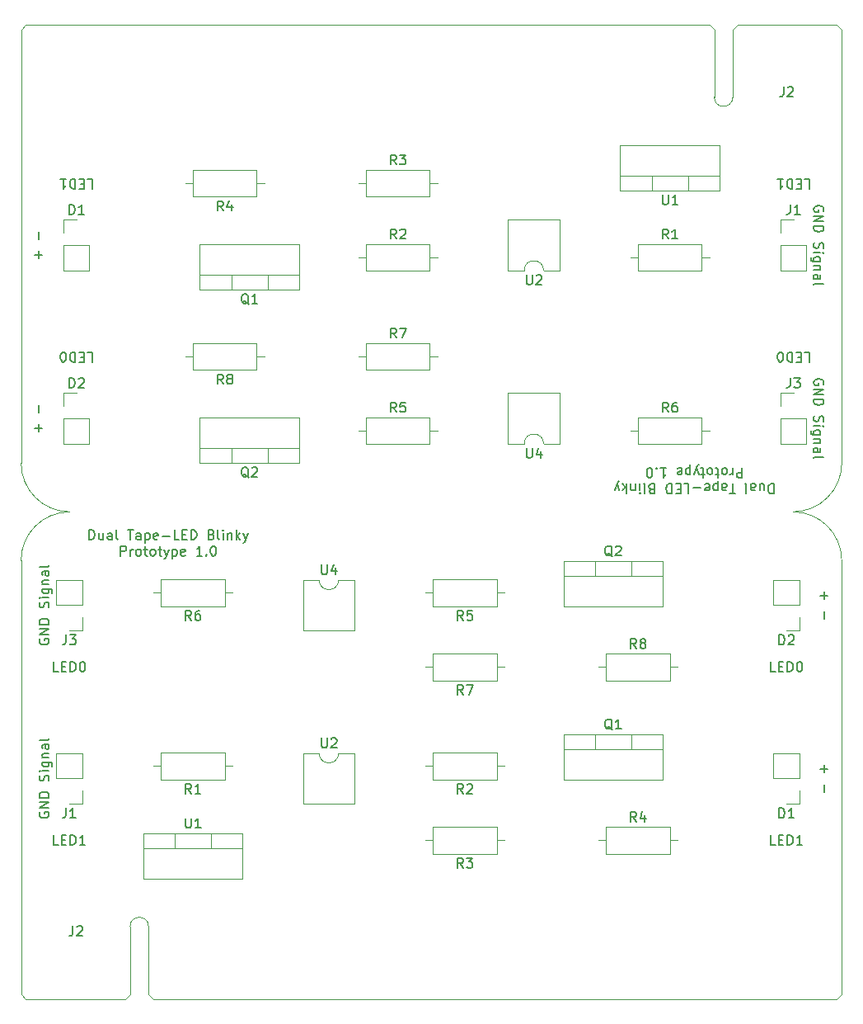
<source format=gbr>
G04 #@! TF.GenerationSoftware,KiCad,Pcbnew,(5.1.5)-3*
G04 #@! TF.CreationDate,2020-02-02T20:29:06+09:00*
G04 #@! TF.ProjectId,Tape-LED_Blinky-fin,54617065-2d4c-4454-945f-426c696e6b79,rev?*
G04 #@! TF.SameCoordinates,Original*
G04 #@! TF.FileFunction,Legend,Top*
G04 #@! TF.FilePolarity,Positive*
%FSLAX46Y46*%
G04 Gerber Fmt 4.6, Leading zero omitted, Abs format (unit mm)*
G04 Created by KiCad (PCBNEW (5.1.5)-3) date 2020-02-02 20:29:06*
%MOMM*%
%LPD*%
G04 APERTURE LIST*
%ADD10C,0.150000*%
%ADD11C,0.100000*%
%ADD12C,0.120000*%
%ADD13R,0.802000X4.402000*%
%ADD14R,0.802000X3.302000*%
%ADD15C,1.702000*%
%ADD16O,1.702000X1.702000*%
%ADD17R,1.702000X1.702000*%
%ADD18R,2.007000X2.102000*%
%ADD19O,2.007000X2.102000*%
%ADD20R,1.802000X1.802000*%
%ADD21O,1.802000X1.802000*%
G04 APERTURE END LIST*
D10*
X96163571Y-77465952D02*
X96163571Y-76704047D01*
X95782619Y-77085000D02*
X96544523Y-77085000D01*
X96163571Y-75465952D02*
X96163571Y-74704047D01*
X171664047Y-100587619D02*
X171664047Y-101587619D01*
X171425952Y-101587619D01*
X171283095Y-101540000D01*
X171187857Y-101444761D01*
X171140238Y-101349523D01*
X171092619Y-101159047D01*
X171092619Y-101016190D01*
X171140238Y-100825714D01*
X171187857Y-100730476D01*
X171283095Y-100635238D01*
X171425952Y-100587619D01*
X171664047Y-100587619D01*
X170235476Y-101254285D02*
X170235476Y-100587619D01*
X170664047Y-101254285D02*
X170664047Y-100730476D01*
X170616428Y-100635238D01*
X170521190Y-100587619D01*
X170378333Y-100587619D01*
X170283095Y-100635238D01*
X170235476Y-100682857D01*
X169330714Y-100587619D02*
X169330714Y-101111428D01*
X169378333Y-101206666D01*
X169473571Y-101254285D01*
X169664047Y-101254285D01*
X169759285Y-101206666D01*
X169330714Y-100635238D02*
X169425952Y-100587619D01*
X169664047Y-100587619D01*
X169759285Y-100635238D01*
X169806904Y-100730476D01*
X169806904Y-100825714D01*
X169759285Y-100920952D01*
X169664047Y-100968571D01*
X169425952Y-100968571D01*
X169330714Y-101016190D01*
X168711666Y-100587619D02*
X168806904Y-100635238D01*
X168854523Y-100730476D01*
X168854523Y-101587619D01*
X167711666Y-101587619D02*
X167140238Y-101587619D01*
X167425952Y-100587619D02*
X167425952Y-101587619D01*
X166378333Y-100587619D02*
X166378333Y-101111428D01*
X166425952Y-101206666D01*
X166521190Y-101254285D01*
X166711666Y-101254285D01*
X166806904Y-101206666D01*
X166378333Y-100635238D02*
X166473571Y-100587619D01*
X166711666Y-100587619D01*
X166806904Y-100635238D01*
X166854523Y-100730476D01*
X166854523Y-100825714D01*
X166806904Y-100920952D01*
X166711666Y-100968571D01*
X166473571Y-100968571D01*
X166378333Y-101016190D01*
X165902142Y-101254285D02*
X165902142Y-100254285D01*
X165902142Y-101206666D02*
X165806904Y-101254285D01*
X165616428Y-101254285D01*
X165521190Y-101206666D01*
X165473571Y-101159047D01*
X165425952Y-101063809D01*
X165425952Y-100778095D01*
X165473571Y-100682857D01*
X165521190Y-100635238D01*
X165616428Y-100587619D01*
X165806904Y-100587619D01*
X165902142Y-100635238D01*
X164616428Y-100635238D02*
X164711666Y-100587619D01*
X164902142Y-100587619D01*
X164997380Y-100635238D01*
X165045000Y-100730476D01*
X165045000Y-101111428D01*
X164997380Y-101206666D01*
X164902142Y-101254285D01*
X164711666Y-101254285D01*
X164616428Y-101206666D01*
X164568809Y-101111428D01*
X164568809Y-101016190D01*
X165045000Y-100920952D01*
X164140238Y-100968571D02*
X163378333Y-100968571D01*
X162425952Y-100587619D02*
X162902142Y-100587619D01*
X162902142Y-101587619D01*
X162092619Y-101111428D02*
X161759285Y-101111428D01*
X161616428Y-100587619D02*
X162092619Y-100587619D01*
X162092619Y-101587619D01*
X161616428Y-101587619D01*
X161187857Y-100587619D02*
X161187857Y-101587619D01*
X160949761Y-101587619D01*
X160806904Y-101540000D01*
X160711666Y-101444761D01*
X160664047Y-101349523D01*
X160616428Y-101159047D01*
X160616428Y-101016190D01*
X160664047Y-100825714D01*
X160711666Y-100730476D01*
X160806904Y-100635238D01*
X160949761Y-100587619D01*
X161187857Y-100587619D01*
X159092619Y-101111428D02*
X158949761Y-101063809D01*
X158902142Y-101016190D01*
X158854523Y-100920952D01*
X158854523Y-100778095D01*
X158902142Y-100682857D01*
X158949761Y-100635238D01*
X159045000Y-100587619D01*
X159425952Y-100587619D01*
X159425952Y-101587619D01*
X159092619Y-101587619D01*
X158997380Y-101540000D01*
X158949761Y-101492380D01*
X158902142Y-101397142D01*
X158902142Y-101301904D01*
X158949761Y-101206666D01*
X158997380Y-101159047D01*
X159092619Y-101111428D01*
X159425952Y-101111428D01*
X158283095Y-100587619D02*
X158378333Y-100635238D01*
X158425952Y-100730476D01*
X158425952Y-101587619D01*
X157902142Y-100587619D02*
X157902142Y-101254285D01*
X157902142Y-101587619D02*
X157949761Y-101540000D01*
X157902142Y-101492380D01*
X157854523Y-101540000D01*
X157902142Y-101587619D01*
X157902142Y-101492380D01*
X157425952Y-101254285D02*
X157425952Y-100587619D01*
X157425952Y-101159047D02*
X157378333Y-101206666D01*
X157283095Y-101254285D01*
X157140238Y-101254285D01*
X157045000Y-101206666D01*
X156997380Y-101111428D01*
X156997380Y-100587619D01*
X156521190Y-100587619D02*
X156521190Y-101587619D01*
X156425952Y-100968571D02*
X156140238Y-100587619D01*
X156140238Y-101254285D02*
X156521190Y-100873333D01*
X155806904Y-101254285D02*
X155568809Y-100587619D01*
X155330714Y-101254285D02*
X155568809Y-100587619D01*
X155664047Y-100349523D01*
X155711666Y-100301904D01*
X155806904Y-100254285D01*
X168425952Y-98937619D02*
X168425952Y-99937619D01*
X168045000Y-99937619D01*
X167949761Y-99890000D01*
X167902142Y-99842380D01*
X167854523Y-99747142D01*
X167854523Y-99604285D01*
X167902142Y-99509047D01*
X167949761Y-99461428D01*
X168045000Y-99413809D01*
X168425952Y-99413809D01*
X167425952Y-98937619D02*
X167425952Y-99604285D01*
X167425952Y-99413809D02*
X167378333Y-99509047D01*
X167330714Y-99556666D01*
X167235476Y-99604285D01*
X167140238Y-99604285D01*
X166664047Y-98937619D02*
X166759285Y-98985238D01*
X166806904Y-99032857D01*
X166854523Y-99128095D01*
X166854523Y-99413809D01*
X166806904Y-99509047D01*
X166759285Y-99556666D01*
X166664047Y-99604285D01*
X166521190Y-99604285D01*
X166425952Y-99556666D01*
X166378333Y-99509047D01*
X166330714Y-99413809D01*
X166330714Y-99128095D01*
X166378333Y-99032857D01*
X166425952Y-98985238D01*
X166521190Y-98937619D01*
X166664047Y-98937619D01*
X166045000Y-99604285D02*
X165664047Y-99604285D01*
X165902142Y-99937619D02*
X165902142Y-99080476D01*
X165854523Y-98985238D01*
X165759285Y-98937619D01*
X165664047Y-98937619D01*
X165187857Y-98937619D02*
X165283095Y-98985238D01*
X165330714Y-99032857D01*
X165378333Y-99128095D01*
X165378333Y-99413809D01*
X165330714Y-99509047D01*
X165283095Y-99556666D01*
X165187857Y-99604285D01*
X165045000Y-99604285D01*
X164949761Y-99556666D01*
X164902142Y-99509047D01*
X164854523Y-99413809D01*
X164854523Y-99128095D01*
X164902142Y-99032857D01*
X164949761Y-98985238D01*
X165045000Y-98937619D01*
X165187857Y-98937619D01*
X164568809Y-99604285D02*
X164187857Y-99604285D01*
X164425952Y-99937619D02*
X164425952Y-99080476D01*
X164378333Y-98985238D01*
X164283095Y-98937619D01*
X164187857Y-98937619D01*
X163949761Y-99604285D02*
X163711666Y-98937619D01*
X163473571Y-99604285D02*
X163711666Y-98937619D01*
X163806904Y-98699523D01*
X163854523Y-98651904D01*
X163949761Y-98604285D01*
X163092619Y-99604285D02*
X163092619Y-98604285D01*
X163092619Y-99556666D02*
X162997380Y-99604285D01*
X162806904Y-99604285D01*
X162711666Y-99556666D01*
X162664047Y-99509047D01*
X162616428Y-99413809D01*
X162616428Y-99128095D01*
X162664047Y-99032857D01*
X162711666Y-98985238D01*
X162806904Y-98937619D01*
X162997380Y-98937619D01*
X163092619Y-98985238D01*
X161806904Y-98985238D02*
X161902142Y-98937619D01*
X162092619Y-98937619D01*
X162187857Y-98985238D01*
X162235476Y-99080476D01*
X162235476Y-99461428D01*
X162187857Y-99556666D01*
X162092619Y-99604285D01*
X161902142Y-99604285D01*
X161806904Y-99556666D01*
X161759285Y-99461428D01*
X161759285Y-99366190D01*
X162235476Y-99270952D01*
X160045000Y-98937619D02*
X160616428Y-98937619D01*
X160330714Y-98937619D02*
X160330714Y-99937619D01*
X160425952Y-99794761D01*
X160521190Y-99699523D01*
X160616428Y-99651904D01*
X159616428Y-99032857D02*
X159568809Y-98985238D01*
X159616428Y-98937619D01*
X159664047Y-98985238D01*
X159616428Y-99032857D01*
X159616428Y-98937619D01*
X158949761Y-99937619D02*
X158854523Y-99937619D01*
X158759285Y-99890000D01*
X158711666Y-99842380D01*
X158664047Y-99747142D01*
X158616428Y-99556666D01*
X158616428Y-99318571D01*
X158664047Y-99128095D01*
X158711666Y-99032857D01*
X158759285Y-98985238D01*
X158854523Y-98937619D01*
X158949761Y-98937619D01*
X159045000Y-98985238D01*
X159092619Y-99032857D01*
X159140238Y-99128095D01*
X159187857Y-99318571D01*
X159187857Y-99556666D01*
X159140238Y-99747142D01*
X159092619Y-99842380D01*
X159045000Y-99890000D01*
X158949761Y-99937619D01*
X96163571Y-95245952D02*
X96163571Y-94484047D01*
X95782619Y-94865000D02*
X96544523Y-94865000D01*
X96163571Y-93245952D02*
X96163571Y-92484047D01*
D11*
X99355000Y-103445000D02*
G75*
G02X94355000Y-98445000I0J5000000D01*
G01*
X178655000Y-61845000D02*
X178655000Y-98445000D01*
X94355000Y-61845000D02*
X94355000Y-98445000D01*
X178655000Y-98445000D02*
G75*
G02X173655000Y-103445000I-5000000J0D01*
G01*
D10*
X174824047Y-69282619D02*
X175300238Y-69282619D01*
X175300238Y-70282619D01*
X174490714Y-69806428D02*
X174157380Y-69806428D01*
X174014523Y-69282619D02*
X174490714Y-69282619D01*
X174490714Y-70282619D01*
X174014523Y-70282619D01*
X173585952Y-69282619D02*
X173585952Y-70282619D01*
X173347857Y-70282619D01*
X173205000Y-70235000D01*
X173109761Y-70139761D01*
X173062142Y-70044523D01*
X173014523Y-69854047D01*
X173014523Y-69711190D01*
X173062142Y-69520714D01*
X173109761Y-69425476D01*
X173205000Y-69330238D01*
X173347857Y-69282619D01*
X173585952Y-69282619D01*
X172062142Y-69282619D02*
X172633571Y-69282619D01*
X172347857Y-69282619D02*
X172347857Y-70282619D01*
X172443095Y-70139761D01*
X172538333Y-70044523D01*
X172633571Y-69996904D01*
X101164047Y-87062619D02*
X101640238Y-87062619D01*
X101640238Y-88062619D01*
X100830714Y-87586428D02*
X100497380Y-87586428D01*
X100354523Y-87062619D02*
X100830714Y-87062619D01*
X100830714Y-88062619D01*
X100354523Y-88062619D01*
X99925952Y-87062619D02*
X99925952Y-88062619D01*
X99687857Y-88062619D01*
X99545000Y-88015000D01*
X99449761Y-87919761D01*
X99402142Y-87824523D01*
X99354523Y-87634047D01*
X99354523Y-87491190D01*
X99402142Y-87300714D01*
X99449761Y-87205476D01*
X99545000Y-87110238D01*
X99687857Y-87062619D01*
X99925952Y-87062619D01*
X98735476Y-88062619D02*
X98640238Y-88062619D01*
X98545000Y-88015000D01*
X98497380Y-87967380D01*
X98449761Y-87872142D01*
X98402142Y-87681666D01*
X98402142Y-87443571D01*
X98449761Y-87253095D01*
X98497380Y-87157857D01*
X98545000Y-87110238D01*
X98640238Y-87062619D01*
X98735476Y-87062619D01*
X98830714Y-87110238D01*
X98878333Y-87157857D01*
X98925952Y-87253095D01*
X98973571Y-87443571D01*
X98973571Y-87681666D01*
X98925952Y-87872142D01*
X98878333Y-87967380D01*
X98830714Y-88015000D01*
X98735476Y-88062619D01*
X176745000Y-72608809D02*
X176792619Y-72513571D01*
X176792619Y-72370714D01*
X176745000Y-72227857D01*
X176649761Y-72132619D01*
X176554523Y-72085000D01*
X176364047Y-72037380D01*
X176221190Y-72037380D01*
X176030714Y-72085000D01*
X175935476Y-72132619D01*
X175840238Y-72227857D01*
X175792619Y-72370714D01*
X175792619Y-72465952D01*
X175840238Y-72608809D01*
X175887857Y-72656428D01*
X176221190Y-72656428D01*
X176221190Y-72465952D01*
X175792619Y-73085000D02*
X176792619Y-73085000D01*
X175792619Y-73656428D01*
X176792619Y-73656428D01*
X175792619Y-74132619D02*
X176792619Y-74132619D01*
X176792619Y-74370714D01*
X176745000Y-74513571D01*
X176649761Y-74608809D01*
X176554523Y-74656428D01*
X176364047Y-74704047D01*
X176221190Y-74704047D01*
X176030714Y-74656428D01*
X175935476Y-74608809D01*
X175840238Y-74513571D01*
X175792619Y-74370714D01*
X175792619Y-74132619D01*
X175840238Y-75846904D02*
X175792619Y-75989761D01*
X175792619Y-76227857D01*
X175840238Y-76323095D01*
X175887857Y-76370714D01*
X175983095Y-76418333D01*
X176078333Y-76418333D01*
X176173571Y-76370714D01*
X176221190Y-76323095D01*
X176268809Y-76227857D01*
X176316428Y-76037380D01*
X176364047Y-75942142D01*
X176411666Y-75894523D01*
X176506904Y-75846904D01*
X176602142Y-75846904D01*
X176697380Y-75894523D01*
X176745000Y-75942142D01*
X176792619Y-76037380D01*
X176792619Y-76275476D01*
X176745000Y-76418333D01*
X175792619Y-76846904D02*
X176459285Y-76846904D01*
X176792619Y-76846904D02*
X176745000Y-76799285D01*
X176697380Y-76846904D01*
X176745000Y-76894523D01*
X176792619Y-76846904D01*
X176697380Y-76846904D01*
X176459285Y-77751666D02*
X175649761Y-77751666D01*
X175554523Y-77704047D01*
X175506904Y-77656428D01*
X175459285Y-77561190D01*
X175459285Y-77418333D01*
X175506904Y-77323095D01*
X175840238Y-77751666D02*
X175792619Y-77656428D01*
X175792619Y-77465952D01*
X175840238Y-77370714D01*
X175887857Y-77323095D01*
X175983095Y-77275476D01*
X176268809Y-77275476D01*
X176364047Y-77323095D01*
X176411666Y-77370714D01*
X176459285Y-77465952D01*
X176459285Y-77656428D01*
X176411666Y-77751666D01*
X176459285Y-78227857D02*
X175792619Y-78227857D01*
X176364047Y-78227857D02*
X176411666Y-78275476D01*
X176459285Y-78370714D01*
X176459285Y-78513571D01*
X176411666Y-78608809D01*
X176316428Y-78656428D01*
X175792619Y-78656428D01*
X175792619Y-79561190D02*
X176316428Y-79561190D01*
X176411666Y-79513571D01*
X176459285Y-79418333D01*
X176459285Y-79227857D01*
X176411666Y-79132619D01*
X175840238Y-79561190D02*
X175792619Y-79465952D01*
X175792619Y-79227857D01*
X175840238Y-79132619D01*
X175935476Y-79085000D01*
X176030714Y-79085000D01*
X176125952Y-79132619D01*
X176173571Y-79227857D01*
X176173571Y-79465952D01*
X176221190Y-79561190D01*
X175792619Y-80180238D02*
X175840238Y-80085000D01*
X175935476Y-80037380D01*
X176792619Y-80037380D01*
X174824047Y-87062619D02*
X175300238Y-87062619D01*
X175300238Y-88062619D01*
X174490714Y-87586428D02*
X174157380Y-87586428D01*
X174014523Y-87062619D02*
X174490714Y-87062619D01*
X174490714Y-88062619D01*
X174014523Y-88062619D01*
X173585952Y-87062619D02*
X173585952Y-88062619D01*
X173347857Y-88062619D01*
X173205000Y-88015000D01*
X173109761Y-87919761D01*
X173062142Y-87824523D01*
X173014523Y-87634047D01*
X173014523Y-87491190D01*
X173062142Y-87300714D01*
X173109761Y-87205476D01*
X173205000Y-87110238D01*
X173347857Y-87062619D01*
X173585952Y-87062619D01*
X172395476Y-88062619D02*
X172300238Y-88062619D01*
X172205000Y-88015000D01*
X172157380Y-87967380D01*
X172109761Y-87872142D01*
X172062142Y-87681666D01*
X172062142Y-87443571D01*
X172109761Y-87253095D01*
X172157380Y-87157857D01*
X172205000Y-87110238D01*
X172300238Y-87062619D01*
X172395476Y-87062619D01*
X172490714Y-87110238D01*
X172538333Y-87157857D01*
X172585952Y-87253095D01*
X172633571Y-87443571D01*
X172633571Y-87681666D01*
X172585952Y-87872142D01*
X172538333Y-87967380D01*
X172490714Y-88015000D01*
X172395476Y-88062619D01*
X176745000Y-90388809D02*
X176792619Y-90293571D01*
X176792619Y-90150714D01*
X176745000Y-90007857D01*
X176649761Y-89912619D01*
X176554523Y-89865000D01*
X176364047Y-89817380D01*
X176221190Y-89817380D01*
X176030714Y-89865000D01*
X175935476Y-89912619D01*
X175840238Y-90007857D01*
X175792619Y-90150714D01*
X175792619Y-90245952D01*
X175840238Y-90388809D01*
X175887857Y-90436428D01*
X176221190Y-90436428D01*
X176221190Y-90245952D01*
X175792619Y-90865000D02*
X176792619Y-90865000D01*
X175792619Y-91436428D01*
X176792619Y-91436428D01*
X175792619Y-91912619D02*
X176792619Y-91912619D01*
X176792619Y-92150714D01*
X176745000Y-92293571D01*
X176649761Y-92388809D01*
X176554523Y-92436428D01*
X176364047Y-92484047D01*
X176221190Y-92484047D01*
X176030714Y-92436428D01*
X175935476Y-92388809D01*
X175840238Y-92293571D01*
X175792619Y-92150714D01*
X175792619Y-91912619D01*
X175840238Y-93626904D02*
X175792619Y-93769761D01*
X175792619Y-94007857D01*
X175840238Y-94103095D01*
X175887857Y-94150714D01*
X175983095Y-94198333D01*
X176078333Y-94198333D01*
X176173571Y-94150714D01*
X176221190Y-94103095D01*
X176268809Y-94007857D01*
X176316428Y-93817380D01*
X176364047Y-93722142D01*
X176411666Y-93674523D01*
X176506904Y-93626904D01*
X176602142Y-93626904D01*
X176697380Y-93674523D01*
X176745000Y-93722142D01*
X176792619Y-93817380D01*
X176792619Y-94055476D01*
X176745000Y-94198333D01*
X175792619Y-94626904D02*
X176459285Y-94626904D01*
X176792619Y-94626904D02*
X176745000Y-94579285D01*
X176697380Y-94626904D01*
X176745000Y-94674523D01*
X176792619Y-94626904D01*
X176697380Y-94626904D01*
X176459285Y-95531666D02*
X175649761Y-95531666D01*
X175554523Y-95484047D01*
X175506904Y-95436428D01*
X175459285Y-95341190D01*
X175459285Y-95198333D01*
X175506904Y-95103095D01*
X175840238Y-95531666D02*
X175792619Y-95436428D01*
X175792619Y-95245952D01*
X175840238Y-95150714D01*
X175887857Y-95103095D01*
X175983095Y-95055476D01*
X176268809Y-95055476D01*
X176364047Y-95103095D01*
X176411666Y-95150714D01*
X176459285Y-95245952D01*
X176459285Y-95436428D01*
X176411666Y-95531666D01*
X176459285Y-96007857D02*
X175792619Y-96007857D01*
X176364047Y-96007857D02*
X176411666Y-96055476D01*
X176459285Y-96150714D01*
X176459285Y-96293571D01*
X176411666Y-96388809D01*
X176316428Y-96436428D01*
X175792619Y-96436428D01*
X175792619Y-97341190D02*
X176316428Y-97341190D01*
X176411666Y-97293571D01*
X176459285Y-97198333D01*
X176459285Y-97007857D01*
X176411666Y-96912619D01*
X175840238Y-97341190D02*
X175792619Y-97245952D01*
X175792619Y-97007857D01*
X175840238Y-96912619D01*
X175935476Y-96865000D01*
X176030714Y-96865000D01*
X176125952Y-96912619D01*
X176173571Y-97007857D01*
X176173571Y-97245952D01*
X176221190Y-97341190D01*
X175792619Y-97960238D02*
X175840238Y-97865000D01*
X175935476Y-97817380D01*
X176792619Y-97817380D01*
X101164047Y-69282619D02*
X101640238Y-69282619D01*
X101640238Y-70282619D01*
X100830714Y-69806428D02*
X100497380Y-69806428D01*
X100354523Y-69282619D02*
X100830714Y-69282619D01*
X100830714Y-70282619D01*
X100354523Y-70282619D01*
X99925952Y-69282619D02*
X99925952Y-70282619D01*
X99687857Y-70282619D01*
X99545000Y-70235000D01*
X99449761Y-70139761D01*
X99402142Y-70044523D01*
X99354523Y-69854047D01*
X99354523Y-69711190D01*
X99402142Y-69520714D01*
X99449761Y-69425476D01*
X99545000Y-69330238D01*
X99687857Y-69282619D01*
X99925952Y-69282619D01*
X98402142Y-69282619D02*
X98973571Y-69282619D01*
X98687857Y-69282619D02*
X98687857Y-70282619D01*
X98783095Y-70139761D01*
X98878333Y-70044523D01*
X98973571Y-69996904D01*
X101340952Y-106307380D02*
X101340952Y-105307380D01*
X101579047Y-105307380D01*
X101721904Y-105355000D01*
X101817142Y-105450238D01*
X101864761Y-105545476D01*
X101912380Y-105735952D01*
X101912380Y-105878809D01*
X101864761Y-106069285D01*
X101817142Y-106164523D01*
X101721904Y-106259761D01*
X101579047Y-106307380D01*
X101340952Y-106307380D01*
X102769523Y-105640714D02*
X102769523Y-106307380D01*
X102340952Y-105640714D02*
X102340952Y-106164523D01*
X102388571Y-106259761D01*
X102483809Y-106307380D01*
X102626666Y-106307380D01*
X102721904Y-106259761D01*
X102769523Y-106212142D01*
X103674285Y-106307380D02*
X103674285Y-105783571D01*
X103626666Y-105688333D01*
X103531428Y-105640714D01*
X103340952Y-105640714D01*
X103245714Y-105688333D01*
X103674285Y-106259761D02*
X103579047Y-106307380D01*
X103340952Y-106307380D01*
X103245714Y-106259761D01*
X103198095Y-106164523D01*
X103198095Y-106069285D01*
X103245714Y-105974047D01*
X103340952Y-105926428D01*
X103579047Y-105926428D01*
X103674285Y-105878809D01*
X104293333Y-106307380D02*
X104198095Y-106259761D01*
X104150476Y-106164523D01*
X104150476Y-105307380D01*
X105293333Y-105307380D02*
X105864761Y-105307380D01*
X105579047Y-106307380D02*
X105579047Y-105307380D01*
X106626666Y-106307380D02*
X106626666Y-105783571D01*
X106579047Y-105688333D01*
X106483809Y-105640714D01*
X106293333Y-105640714D01*
X106198095Y-105688333D01*
X106626666Y-106259761D02*
X106531428Y-106307380D01*
X106293333Y-106307380D01*
X106198095Y-106259761D01*
X106150476Y-106164523D01*
X106150476Y-106069285D01*
X106198095Y-105974047D01*
X106293333Y-105926428D01*
X106531428Y-105926428D01*
X106626666Y-105878809D01*
X107102857Y-105640714D02*
X107102857Y-106640714D01*
X107102857Y-105688333D02*
X107198095Y-105640714D01*
X107388571Y-105640714D01*
X107483809Y-105688333D01*
X107531428Y-105735952D01*
X107579047Y-105831190D01*
X107579047Y-106116904D01*
X107531428Y-106212142D01*
X107483809Y-106259761D01*
X107388571Y-106307380D01*
X107198095Y-106307380D01*
X107102857Y-106259761D01*
X108388571Y-106259761D02*
X108293333Y-106307380D01*
X108102857Y-106307380D01*
X108007619Y-106259761D01*
X107959999Y-106164523D01*
X107959999Y-105783571D01*
X108007619Y-105688333D01*
X108102857Y-105640714D01*
X108293333Y-105640714D01*
X108388571Y-105688333D01*
X108436190Y-105783571D01*
X108436190Y-105878809D01*
X107959999Y-105974047D01*
X108864761Y-105926428D02*
X109626666Y-105926428D01*
X110579047Y-106307380D02*
X110102857Y-106307380D01*
X110102857Y-105307380D01*
X110912380Y-105783571D02*
X111245714Y-105783571D01*
X111388571Y-106307380D02*
X110912380Y-106307380D01*
X110912380Y-105307380D01*
X111388571Y-105307380D01*
X111817142Y-106307380D02*
X111817142Y-105307380D01*
X112055238Y-105307380D01*
X112198095Y-105355000D01*
X112293333Y-105450238D01*
X112340952Y-105545476D01*
X112388571Y-105735952D01*
X112388571Y-105878809D01*
X112340952Y-106069285D01*
X112293333Y-106164523D01*
X112198095Y-106259761D01*
X112055238Y-106307380D01*
X111817142Y-106307380D01*
X113912380Y-105783571D02*
X114055238Y-105831190D01*
X114102857Y-105878809D01*
X114150476Y-105974047D01*
X114150476Y-106116904D01*
X114102857Y-106212142D01*
X114055238Y-106259761D01*
X113959999Y-106307380D01*
X113579047Y-106307380D01*
X113579047Y-105307380D01*
X113912380Y-105307380D01*
X114007619Y-105355000D01*
X114055238Y-105402619D01*
X114102857Y-105497857D01*
X114102857Y-105593095D01*
X114055238Y-105688333D01*
X114007619Y-105735952D01*
X113912380Y-105783571D01*
X113579047Y-105783571D01*
X114721904Y-106307380D02*
X114626666Y-106259761D01*
X114579047Y-106164523D01*
X114579047Y-105307380D01*
X115102857Y-106307380D02*
X115102857Y-105640714D01*
X115102857Y-105307380D02*
X115055238Y-105355000D01*
X115102857Y-105402619D01*
X115150476Y-105355000D01*
X115102857Y-105307380D01*
X115102857Y-105402619D01*
X115579047Y-105640714D02*
X115579047Y-106307380D01*
X115579047Y-105735952D02*
X115626666Y-105688333D01*
X115721904Y-105640714D01*
X115864761Y-105640714D01*
X115959999Y-105688333D01*
X116007619Y-105783571D01*
X116007619Y-106307380D01*
X116483809Y-106307380D02*
X116483809Y-105307380D01*
X116579047Y-105926428D02*
X116864761Y-106307380D01*
X116864761Y-105640714D02*
X116483809Y-106021666D01*
X117198095Y-105640714D02*
X117436190Y-106307380D01*
X117674285Y-105640714D02*
X117436190Y-106307380D01*
X117340952Y-106545476D01*
X117293333Y-106593095D01*
X117198095Y-106640714D01*
X104579047Y-107957380D02*
X104579047Y-106957380D01*
X104960000Y-106957380D01*
X105055238Y-107005000D01*
X105102857Y-107052619D01*
X105150476Y-107147857D01*
X105150476Y-107290714D01*
X105102857Y-107385952D01*
X105055238Y-107433571D01*
X104960000Y-107481190D01*
X104579047Y-107481190D01*
X105579047Y-107957380D02*
X105579047Y-107290714D01*
X105579047Y-107481190D02*
X105626666Y-107385952D01*
X105674285Y-107338333D01*
X105769523Y-107290714D01*
X105864761Y-107290714D01*
X106340952Y-107957380D02*
X106245714Y-107909761D01*
X106198095Y-107862142D01*
X106150476Y-107766904D01*
X106150476Y-107481190D01*
X106198095Y-107385952D01*
X106245714Y-107338333D01*
X106340952Y-107290714D01*
X106483809Y-107290714D01*
X106579047Y-107338333D01*
X106626666Y-107385952D01*
X106674285Y-107481190D01*
X106674285Y-107766904D01*
X106626666Y-107862142D01*
X106579047Y-107909761D01*
X106483809Y-107957380D01*
X106340952Y-107957380D01*
X106960000Y-107290714D02*
X107340952Y-107290714D01*
X107102857Y-106957380D02*
X107102857Y-107814523D01*
X107150476Y-107909761D01*
X107245714Y-107957380D01*
X107340952Y-107957380D01*
X107817142Y-107957380D02*
X107721904Y-107909761D01*
X107674285Y-107862142D01*
X107626666Y-107766904D01*
X107626666Y-107481190D01*
X107674285Y-107385952D01*
X107721904Y-107338333D01*
X107817142Y-107290714D01*
X107960000Y-107290714D01*
X108055238Y-107338333D01*
X108102857Y-107385952D01*
X108150476Y-107481190D01*
X108150476Y-107766904D01*
X108102857Y-107862142D01*
X108055238Y-107909761D01*
X107960000Y-107957380D01*
X107817142Y-107957380D01*
X108436190Y-107290714D02*
X108817142Y-107290714D01*
X108579047Y-106957380D02*
X108579047Y-107814523D01*
X108626666Y-107909761D01*
X108721904Y-107957380D01*
X108817142Y-107957380D01*
X109055238Y-107290714D02*
X109293333Y-107957380D01*
X109531428Y-107290714D02*
X109293333Y-107957380D01*
X109198095Y-108195476D01*
X109150476Y-108243095D01*
X109055238Y-108290714D01*
X109912380Y-107290714D02*
X109912380Y-108290714D01*
X109912380Y-107338333D02*
X110007619Y-107290714D01*
X110198095Y-107290714D01*
X110293333Y-107338333D01*
X110340952Y-107385952D01*
X110388571Y-107481190D01*
X110388571Y-107766904D01*
X110340952Y-107862142D01*
X110293333Y-107909761D01*
X110198095Y-107957380D01*
X110007619Y-107957380D01*
X109912380Y-107909761D01*
X111198095Y-107909761D02*
X111102857Y-107957380D01*
X110912380Y-107957380D01*
X110817142Y-107909761D01*
X110769523Y-107814523D01*
X110769523Y-107433571D01*
X110817142Y-107338333D01*
X110912380Y-107290714D01*
X111102857Y-107290714D01*
X111198095Y-107338333D01*
X111245714Y-107433571D01*
X111245714Y-107528809D01*
X110769523Y-107624047D01*
X112960000Y-107957380D02*
X112388571Y-107957380D01*
X112674285Y-107957380D02*
X112674285Y-106957380D01*
X112579047Y-107100238D01*
X112483809Y-107195476D01*
X112388571Y-107243095D01*
X113388571Y-107862142D02*
X113436190Y-107909761D01*
X113388571Y-107957380D01*
X113340952Y-107909761D01*
X113388571Y-107862142D01*
X113388571Y-107957380D01*
X114055238Y-106957380D02*
X114150476Y-106957380D01*
X114245714Y-107005000D01*
X114293333Y-107052619D01*
X114340952Y-107147857D01*
X114388571Y-107338333D01*
X114388571Y-107576428D01*
X114340952Y-107766904D01*
X114293333Y-107862142D01*
X114245714Y-107909761D01*
X114150476Y-107957380D01*
X114055238Y-107957380D01*
X113960000Y-107909761D01*
X113912380Y-107862142D01*
X113864761Y-107766904D01*
X113817142Y-107576428D01*
X113817142Y-107338333D01*
X113864761Y-107147857D01*
X113912380Y-107052619D01*
X113960000Y-107005000D01*
X114055238Y-106957380D01*
D11*
X173650000Y-103450000D02*
G75*
G02X178650000Y-108450000I0J-5000000D01*
G01*
X94350000Y-108450000D02*
G75*
G02X99350000Y-103450000I5000000J0D01*
G01*
D10*
X176841428Y-111649047D02*
X176841428Y-112410952D01*
X177222380Y-112030000D02*
X176460476Y-112030000D01*
X176841428Y-113649047D02*
X176841428Y-114410952D01*
X176841428Y-129429047D02*
X176841428Y-130190952D01*
X177222380Y-129810000D02*
X176460476Y-129810000D01*
X176841428Y-131429047D02*
X176841428Y-132190952D01*
X96260000Y-116506190D02*
X96212380Y-116601428D01*
X96212380Y-116744285D01*
X96260000Y-116887142D01*
X96355238Y-116982380D01*
X96450476Y-117030000D01*
X96640952Y-117077619D01*
X96783809Y-117077619D01*
X96974285Y-117030000D01*
X97069523Y-116982380D01*
X97164761Y-116887142D01*
X97212380Y-116744285D01*
X97212380Y-116649047D01*
X97164761Y-116506190D01*
X97117142Y-116458571D01*
X96783809Y-116458571D01*
X96783809Y-116649047D01*
X97212380Y-116030000D02*
X96212380Y-116030000D01*
X97212380Y-115458571D01*
X96212380Y-115458571D01*
X97212380Y-114982380D02*
X96212380Y-114982380D01*
X96212380Y-114744285D01*
X96260000Y-114601428D01*
X96355238Y-114506190D01*
X96450476Y-114458571D01*
X96640952Y-114410952D01*
X96783809Y-114410952D01*
X96974285Y-114458571D01*
X97069523Y-114506190D01*
X97164761Y-114601428D01*
X97212380Y-114744285D01*
X97212380Y-114982380D01*
X97164761Y-113268095D02*
X97212380Y-113125238D01*
X97212380Y-112887142D01*
X97164761Y-112791904D01*
X97117142Y-112744285D01*
X97021904Y-112696666D01*
X96926666Y-112696666D01*
X96831428Y-112744285D01*
X96783809Y-112791904D01*
X96736190Y-112887142D01*
X96688571Y-113077619D01*
X96640952Y-113172857D01*
X96593333Y-113220476D01*
X96498095Y-113268095D01*
X96402857Y-113268095D01*
X96307619Y-113220476D01*
X96260000Y-113172857D01*
X96212380Y-113077619D01*
X96212380Y-112839523D01*
X96260000Y-112696666D01*
X97212380Y-112268095D02*
X96545714Y-112268095D01*
X96212380Y-112268095D02*
X96260000Y-112315714D01*
X96307619Y-112268095D01*
X96260000Y-112220476D01*
X96212380Y-112268095D01*
X96307619Y-112268095D01*
X96545714Y-111363333D02*
X97355238Y-111363333D01*
X97450476Y-111410952D01*
X97498095Y-111458571D01*
X97545714Y-111553809D01*
X97545714Y-111696666D01*
X97498095Y-111791904D01*
X97164761Y-111363333D02*
X97212380Y-111458571D01*
X97212380Y-111649047D01*
X97164761Y-111744285D01*
X97117142Y-111791904D01*
X97021904Y-111839523D01*
X96736190Y-111839523D01*
X96640952Y-111791904D01*
X96593333Y-111744285D01*
X96545714Y-111649047D01*
X96545714Y-111458571D01*
X96593333Y-111363333D01*
X96545714Y-110887142D02*
X97212380Y-110887142D01*
X96640952Y-110887142D02*
X96593333Y-110839523D01*
X96545714Y-110744285D01*
X96545714Y-110601428D01*
X96593333Y-110506190D01*
X96688571Y-110458571D01*
X97212380Y-110458571D01*
X97212380Y-109553809D02*
X96688571Y-109553809D01*
X96593333Y-109601428D01*
X96545714Y-109696666D01*
X96545714Y-109887142D01*
X96593333Y-109982380D01*
X97164761Y-109553809D02*
X97212380Y-109649047D01*
X97212380Y-109887142D01*
X97164761Y-109982380D01*
X97069523Y-110030000D01*
X96974285Y-110030000D01*
X96879047Y-109982380D01*
X96831428Y-109887142D01*
X96831428Y-109649047D01*
X96783809Y-109553809D01*
X97212380Y-108934761D02*
X97164761Y-109030000D01*
X97069523Y-109077619D01*
X96212380Y-109077619D01*
X96260000Y-134286190D02*
X96212380Y-134381428D01*
X96212380Y-134524285D01*
X96260000Y-134667142D01*
X96355238Y-134762380D01*
X96450476Y-134810000D01*
X96640952Y-134857619D01*
X96783809Y-134857619D01*
X96974285Y-134810000D01*
X97069523Y-134762380D01*
X97164761Y-134667142D01*
X97212380Y-134524285D01*
X97212380Y-134429047D01*
X97164761Y-134286190D01*
X97117142Y-134238571D01*
X96783809Y-134238571D01*
X96783809Y-134429047D01*
X97212380Y-133810000D02*
X96212380Y-133810000D01*
X97212380Y-133238571D01*
X96212380Y-133238571D01*
X97212380Y-132762380D02*
X96212380Y-132762380D01*
X96212380Y-132524285D01*
X96260000Y-132381428D01*
X96355238Y-132286190D01*
X96450476Y-132238571D01*
X96640952Y-132190952D01*
X96783809Y-132190952D01*
X96974285Y-132238571D01*
X97069523Y-132286190D01*
X97164761Y-132381428D01*
X97212380Y-132524285D01*
X97212380Y-132762380D01*
X97164761Y-131048095D02*
X97212380Y-130905238D01*
X97212380Y-130667142D01*
X97164761Y-130571904D01*
X97117142Y-130524285D01*
X97021904Y-130476666D01*
X96926666Y-130476666D01*
X96831428Y-130524285D01*
X96783809Y-130571904D01*
X96736190Y-130667142D01*
X96688571Y-130857619D01*
X96640952Y-130952857D01*
X96593333Y-131000476D01*
X96498095Y-131048095D01*
X96402857Y-131048095D01*
X96307619Y-131000476D01*
X96260000Y-130952857D01*
X96212380Y-130857619D01*
X96212380Y-130619523D01*
X96260000Y-130476666D01*
X97212380Y-130048095D02*
X96545714Y-130048095D01*
X96212380Y-130048095D02*
X96260000Y-130095714D01*
X96307619Y-130048095D01*
X96260000Y-130000476D01*
X96212380Y-130048095D01*
X96307619Y-130048095D01*
X96545714Y-129143333D02*
X97355238Y-129143333D01*
X97450476Y-129190952D01*
X97498095Y-129238571D01*
X97545714Y-129333809D01*
X97545714Y-129476666D01*
X97498095Y-129571904D01*
X97164761Y-129143333D02*
X97212380Y-129238571D01*
X97212380Y-129429047D01*
X97164761Y-129524285D01*
X97117142Y-129571904D01*
X97021904Y-129619523D01*
X96736190Y-129619523D01*
X96640952Y-129571904D01*
X96593333Y-129524285D01*
X96545714Y-129429047D01*
X96545714Y-129238571D01*
X96593333Y-129143333D01*
X96545714Y-128667142D02*
X97212380Y-128667142D01*
X96640952Y-128667142D02*
X96593333Y-128619523D01*
X96545714Y-128524285D01*
X96545714Y-128381428D01*
X96593333Y-128286190D01*
X96688571Y-128238571D01*
X97212380Y-128238571D01*
X97212380Y-127333809D02*
X96688571Y-127333809D01*
X96593333Y-127381428D01*
X96545714Y-127476666D01*
X96545714Y-127667142D01*
X96593333Y-127762380D01*
X97164761Y-127333809D02*
X97212380Y-127429047D01*
X97212380Y-127667142D01*
X97164761Y-127762380D01*
X97069523Y-127810000D01*
X96974285Y-127810000D01*
X96879047Y-127762380D01*
X96831428Y-127667142D01*
X96831428Y-127429047D01*
X96783809Y-127333809D01*
X97212380Y-126714761D02*
X97164761Y-126810000D01*
X97069523Y-126857619D01*
X96212380Y-126857619D01*
X171840952Y-119832380D02*
X171364761Y-119832380D01*
X171364761Y-118832380D01*
X172174285Y-119308571D02*
X172507619Y-119308571D01*
X172650476Y-119832380D02*
X172174285Y-119832380D01*
X172174285Y-118832380D01*
X172650476Y-118832380D01*
X173079047Y-119832380D02*
X173079047Y-118832380D01*
X173317142Y-118832380D01*
X173460000Y-118880000D01*
X173555238Y-118975238D01*
X173602857Y-119070476D01*
X173650476Y-119260952D01*
X173650476Y-119403809D01*
X173602857Y-119594285D01*
X173555238Y-119689523D01*
X173460000Y-119784761D01*
X173317142Y-119832380D01*
X173079047Y-119832380D01*
X174269523Y-118832380D02*
X174364761Y-118832380D01*
X174460000Y-118880000D01*
X174507619Y-118927619D01*
X174555238Y-119022857D01*
X174602857Y-119213333D01*
X174602857Y-119451428D01*
X174555238Y-119641904D01*
X174507619Y-119737142D01*
X174460000Y-119784761D01*
X174364761Y-119832380D01*
X174269523Y-119832380D01*
X174174285Y-119784761D01*
X174126666Y-119737142D01*
X174079047Y-119641904D01*
X174031428Y-119451428D01*
X174031428Y-119213333D01*
X174079047Y-119022857D01*
X174126666Y-118927619D01*
X174174285Y-118880000D01*
X174269523Y-118832380D01*
X171840952Y-137612380D02*
X171364761Y-137612380D01*
X171364761Y-136612380D01*
X172174285Y-137088571D02*
X172507619Y-137088571D01*
X172650476Y-137612380D02*
X172174285Y-137612380D01*
X172174285Y-136612380D01*
X172650476Y-136612380D01*
X173079047Y-137612380D02*
X173079047Y-136612380D01*
X173317142Y-136612380D01*
X173460000Y-136660000D01*
X173555238Y-136755238D01*
X173602857Y-136850476D01*
X173650476Y-137040952D01*
X173650476Y-137183809D01*
X173602857Y-137374285D01*
X173555238Y-137469523D01*
X173460000Y-137564761D01*
X173317142Y-137612380D01*
X173079047Y-137612380D01*
X174602857Y-137612380D02*
X174031428Y-137612380D01*
X174317142Y-137612380D02*
X174317142Y-136612380D01*
X174221904Y-136755238D01*
X174126666Y-136850476D01*
X174031428Y-136898095D01*
X98180952Y-137612380D02*
X97704761Y-137612380D01*
X97704761Y-136612380D01*
X98514285Y-137088571D02*
X98847619Y-137088571D01*
X98990476Y-137612380D02*
X98514285Y-137612380D01*
X98514285Y-136612380D01*
X98990476Y-136612380D01*
X99419047Y-137612380D02*
X99419047Y-136612380D01*
X99657142Y-136612380D01*
X99800000Y-136660000D01*
X99895238Y-136755238D01*
X99942857Y-136850476D01*
X99990476Y-137040952D01*
X99990476Y-137183809D01*
X99942857Y-137374285D01*
X99895238Y-137469523D01*
X99800000Y-137564761D01*
X99657142Y-137612380D01*
X99419047Y-137612380D01*
X100942857Y-137612380D02*
X100371428Y-137612380D01*
X100657142Y-137612380D02*
X100657142Y-136612380D01*
X100561904Y-136755238D01*
X100466666Y-136850476D01*
X100371428Y-136898095D01*
X98180952Y-119832380D02*
X97704761Y-119832380D01*
X97704761Y-118832380D01*
X98514285Y-119308571D02*
X98847619Y-119308571D01*
X98990476Y-119832380D02*
X98514285Y-119832380D01*
X98514285Y-118832380D01*
X98990476Y-118832380D01*
X99419047Y-119832380D02*
X99419047Y-118832380D01*
X99657142Y-118832380D01*
X99800000Y-118880000D01*
X99895238Y-118975238D01*
X99942857Y-119070476D01*
X99990476Y-119260952D01*
X99990476Y-119403809D01*
X99942857Y-119594285D01*
X99895238Y-119689523D01*
X99800000Y-119784761D01*
X99657142Y-119832380D01*
X99419047Y-119832380D01*
X100609523Y-118832380D02*
X100704761Y-118832380D01*
X100800000Y-118880000D01*
X100847619Y-118927619D01*
X100895238Y-119022857D01*
X100942857Y-119213333D01*
X100942857Y-119451428D01*
X100895238Y-119641904D01*
X100847619Y-119737142D01*
X100800000Y-119784761D01*
X100704761Y-119832380D01*
X100609523Y-119832380D01*
X100514285Y-119784761D01*
X100466666Y-119737142D01*
X100419047Y-119641904D01*
X100371428Y-119451428D01*
X100371428Y-119213333D01*
X100419047Y-119022857D01*
X100466666Y-118927619D01*
X100514285Y-118880000D01*
X100609523Y-118832380D01*
D11*
X178650000Y-145050000D02*
X178650000Y-108450000D01*
X94350000Y-145050000D02*
X94350000Y-108450000D01*
X167455000Y-60895000D02*
X167455000Y-53945000D01*
X165555000Y-60895000D02*
X165555000Y-53945000D01*
X178655000Y-61845000D02*
X178655000Y-53945000D01*
X178155000Y-53445000D02*
X167955000Y-53445000D01*
X94355000Y-61845000D02*
X94355000Y-53945000D01*
X165055000Y-53445000D02*
X94855000Y-53445000D01*
X178655000Y-53945000D02*
X178155000Y-53445000D01*
X167455000Y-53945000D02*
X167955000Y-53445000D01*
X165555000Y-53945000D02*
X165055000Y-53445000D01*
X94355000Y-53945000D02*
X94855000Y-53445000D01*
X167455000Y-60895000D02*
G75*
G02X165555000Y-60895000I-950000J0D01*
G01*
D12*
X118555000Y-71105000D02*
X118555000Y-68365000D01*
X118555000Y-68365000D02*
X112015000Y-68365000D01*
X112015000Y-68365000D02*
X112015000Y-71105000D01*
X112015000Y-71105000D02*
X118555000Y-71105000D01*
X119325000Y-69735000D02*
X118555000Y-69735000D01*
X111245000Y-69735000D02*
X112015000Y-69735000D01*
X146035000Y-96465000D02*
G75*
G02X148035000Y-96465000I1000000J0D01*
G01*
X148035000Y-96465000D02*
X149685000Y-96465000D01*
X149685000Y-96465000D02*
X149685000Y-91265000D01*
X149685000Y-91265000D02*
X144385000Y-91265000D01*
X144385000Y-91265000D02*
X144385000Y-96465000D01*
X144385000Y-96465000D02*
X146035000Y-96465000D01*
X166125000Y-70465000D02*
X155885000Y-70465000D01*
X166125000Y-65824000D02*
X155885000Y-65824000D01*
X166125000Y-70465000D02*
X166125000Y-65824000D01*
X155885000Y-70465000D02*
X155885000Y-65824000D01*
X166125000Y-68955000D02*
X155885000Y-68955000D01*
X162855000Y-70465000D02*
X162855000Y-68955000D01*
X159154000Y-70465000D02*
X159154000Y-68955000D01*
X98715000Y-78685000D02*
X101375000Y-78685000D01*
X98715000Y-76085000D02*
X98715000Y-78685000D01*
X101375000Y-76085000D02*
X101375000Y-78685000D01*
X98715000Y-76085000D02*
X101375000Y-76085000D01*
X98715000Y-74815000D02*
X98715000Y-73485000D01*
X98715000Y-73485000D02*
X100045000Y-73485000D01*
X122945000Y-80625000D02*
X112705000Y-80625000D01*
X122945000Y-75984000D02*
X112705000Y-75984000D01*
X122945000Y-80625000D02*
X122945000Y-75984000D01*
X112705000Y-80625000D02*
X112705000Y-75984000D01*
X122945000Y-79115000D02*
X112705000Y-79115000D01*
X119675000Y-80625000D02*
X119675000Y-79115000D01*
X115974000Y-80625000D02*
X115974000Y-79115000D01*
X157735000Y-75985000D02*
X157735000Y-78725000D01*
X157735000Y-78725000D02*
X164275000Y-78725000D01*
X164275000Y-78725000D02*
X164275000Y-75985000D01*
X164275000Y-75985000D02*
X157735000Y-75985000D01*
X156965000Y-77355000D02*
X157735000Y-77355000D01*
X165045000Y-77355000D02*
X164275000Y-77355000D01*
X98715000Y-96465000D02*
X101375000Y-96465000D01*
X98715000Y-93865000D02*
X98715000Y-96465000D01*
X101375000Y-93865000D02*
X101375000Y-96465000D01*
X98715000Y-93865000D02*
X101375000Y-93865000D01*
X98715000Y-92595000D02*
X98715000Y-91265000D01*
X98715000Y-91265000D02*
X100045000Y-91265000D01*
X157735000Y-93765000D02*
X157735000Y-96505000D01*
X157735000Y-96505000D02*
X164275000Y-96505000D01*
X164275000Y-96505000D02*
X164275000Y-93765000D01*
X164275000Y-93765000D02*
X157735000Y-93765000D01*
X156965000Y-95135000D02*
X157735000Y-95135000D01*
X165045000Y-95135000D02*
X164275000Y-95135000D01*
X122945000Y-98405000D02*
X112705000Y-98405000D01*
X122945000Y-93764000D02*
X112705000Y-93764000D01*
X122945000Y-98405000D02*
X122945000Y-93764000D01*
X112705000Y-98405000D02*
X112705000Y-93764000D01*
X122945000Y-96895000D02*
X112705000Y-96895000D01*
X119675000Y-98405000D02*
X119675000Y-96895000D01*
X115974000Y-98405000D02*
X115974000Y-96895000D01*
X129795000Y-68365000D02*
X129795000Y-71105000D01*
X129795000Y-71105000D02*
X136335000Y-71105000D01*
X136335000Y-71105000D02*
X136335000Y-68365000D01*
X136335000Y-68365000D02*
X129795000Y-68365000D01*
X129025000Y-69735000D02*
X129795000Y-69735000D01*
X137105000Y-69735000D02*
X136335000Y-69735000D01*
X146035000Y-78685000D02*
G75*
G02X148035000Y-78685000I1000000J0D01*
G01*
X148035000Y-78685000D02*
X149685000Y-78685000D01*
X149685000Y-78685000D02*
X149685000Y-73485000D01*
X149685000Y-73485000D02*
X144385000Y-73485000D01*
X144385000Y-73485000D02*
X144385000Y-78685000D01*
X144385000Y-78685000D02*
X146035000Y-78685000D01*
X172375000Y-96465000D02*
X175035000Y-96465000D01*
X172375000Y-93865000D02*
X172375000Y-96465000D01*
X175035000Y-93865000D02*
X175035000Y-96465000D01*
X172375000Y-93865000D02*
X175035000Y-93865000D01*
X172375000Y-92595000D02*
X172375000Y-91265000D01*
X172375000Y-91265000D02*
X173705000Y-91265000D01*
X129795000Y-75985000D02*
X129795000Y-78725000D01*
X129795000Y-78725000D02*
X136335000Y-78725000D01*
X136335000Y-78725000D02*
X136335000Y-75985000D01*
X136335000Y-75985000D02*
X129795000Y-75985000D01*
X129025000Y-77355000D02*
X129795000Y-77355000D01*
X137105000Y-77355000D02*
X136335000Y-77355000D01*
X172375000Y-78685000D02*
X175035000Y-78685000D01*
X172375000Y-76085000D02*
X172375000Y-78685000D01*
X175035000Y-76085000D02*
X175035000Y-78685000D01*
X172375000Y-76085000D02*
X175035000Y-76085000D01*
X172375000Y-74815000D02*
X172375000Y-73485000D01*
X172375000Y-73485000D02*
X173705000Y-73485000D01*
X129795000Y-93765000D02*
X129795000Y-96505000D01*
X129795000Y-96505000D02*
X136335000Y-96505000D01*
X136335000Y-96505000D02*
X136335000Y-93765000D01*
X136335000Y-93765000D02*
X129795000Y-93765000D01*
X129025000Y-95135000D02*
X129795000Y-95135000D01*
X137105000Y-95135000D02*
X136335000Y-95135000D01*
X129795000Y-86145000D02*
X129795000Y-88885000D01*
X129795000Y-88885000D02*
X136335000Y-88885000D01*
X136335000Y-88885000D02*
X136335000Y-86145000D01*
X136335000Y-86145000D02*
X129795000Y-86145000D01*
X129025000Y-87515000D02*
X129795000Y-87515000D01*
X137105000Y-87515000D02*
X136335000Y-87515000D01*
X118555000Y-88885000D02*
X118555000Y-86145000D01*
X118555000Y-86145000D02*
X112015000Y-86145000D01*
X112015000Y-86145000D02*
X112015000Y-88885000D01*
X112015000Y-88885000D02*
X118555000Y-88885000D01*
X119325000Y-87515000D02*
X118555000Y-87515000D01*
X111245000Y-87515000D02*
X112015000Y-87515000D01*
X128620000Y-110430000D02*
X126970000Y-110430000D01*
X128620000Y-115630000D02*
X128620000Y-110430000D01*
X123320000Y-115630000D02*
X128620000Y-115630000D01*
X123320000Y-110430000D02*
X123320000Y-115630000D01*
X124970000Y-110430000D02*
X123320000Y-110430000D01*
X126970000Y-110430000D02*
G75*
G02X124970000Y-110430000I-1000000J0D01*
G01*
X161760000Y-119380000D02*
X160990000Y-119380000D01*
X153680000Y-119380000D02*
X154450000Y-119380000D01*
X160990000Y-118010000D02*
X154450000Y-118010000D01*
X160990000Y-120750000D02*
X160990000Y-118010000D01*
X154450000Y-120750000D02*
X160990000Y-120750000D01*
X154450000Y-118010000D02*
X154450000Y-120750000D01*
X135900000Y-119380000D02*
X136670000Y-119380000D01*
X143980000Y-119380000D02*
X143210000Y-119380000D01*
X136670000Y-120750000D02*
X143210000Y-120750000D01*
X136670000Y-118010000D02*
X136670000Y-120750000D01*
X143210000Y-118010000D02*
X136670000Y-118010000D01*
X143210000Y-120750000D02*
X143210000Y-118010000D01*
X107960000Y-111760000D02*
X108730000Y-111760000D01*
X116040000Y-111760000D02*
X115270000Y-111760000D01*
X108730000Y-113130000D02*
X115270000Y-113130000D01*
X108730000Y-110390000D02*
X108730000Y-113130000D01*
X115270000Y-110390000D02*
X108730000Y-110390000D01*
X115270000Y-113130000D02*
X115270000Y-110390000D01*
X135900000Y-111760000D02*
X136670000Y-111760000D01*
X143980000Y-111760000D02*
X143210000Y-111760000D01*
X136670000Y-113130000D02*
X143210000Y-113130000D01*
X136670000Y-110390000D02*
X136670000Y-113130000D01*
X143210000Y-110390000D02*
X136670000Y-110390000D01*
X143210000Y-113130000D02*
X143210000Y-110390000D01*
X157031000Y-108490000D02*
X157031000Y-110000000D01*
X153330000Y-108490000D02*
X153330000Y-110000000D01*
X150060000Y-110000000D02*
X160300000Y-110000000D01*
X160300000Y-108490000D02*
X160300000Y-113131000D01*
X150060000Y-108490000D02*
X150060000Y-113131000D01*
X150060000Y-113131000D02*
X160300000Y-113131000D01*
X150060000Y-108490000D02*
X160300000Y-108490000D01*
X100630000Y-115630000D02*
X99300000Y-115630000D01*
X100630000Y-114300000D02*
X100630000Y-115630000D01*
X100630000Y-113030000D02*
X97970000Y-113030000D01*
X97970000Y-113030000D02*
X97970000Y-110430000D01*
X100630000Y-113030000D02*
X100630000Y-110430000D01*
X100630000Y-110430000D02*
X97970000Y-110430000D01*
X174290000Y-115630000D02*
X172960000Y-115630000D01*
X174290000Y-114300000D02*
X174290000Y-115630000D01*
X174290000Y-113030000D02*
X171630000Y-113030000D01*
X171630000Y-113030000D02*
X171630000Y-110430000D01*
X174290000Y-113030000D02*
X174290000Y-110430000D01*
X174290000Y-110430000D02*
X171630000Y-110430000D01*
X128620000Y-128210000D02*
X126970000Y-128210000D01*
X128620000Y-133410000D02*
X128620000Y-128210000D01*
X123320000Y-133410000D02*
X128620000Y-133410000D01*
X123320000Y-128210000D02*
X123320000Y-133410000D01*
X124970000Y-128210000D02*
X123320000Y-128210000D01*
X126970000Y-128210000D02*
G75*
G02X124970000Y-128210000I-1000000J0D01*
G01*
D11*
X105550000Y-146000000D02*
G75*
G02X107450000Y-146000000I950000J0D01*
G01*
X178650000Y-152950000D02*
X178150000Y-153450000D01*
X107450000Y-152950000D02*
X107950000Y-153450000D01*
X105550000Y-152950000D02*
X105050000Y-153450000D01*
X94350000Y-152950000D02*
X94850000Y-153450000D01*
X107950000Y-153450000D02*
X178150000Y-153450000D01*
X178650000Y-145050000D02*
X178650000Y-152950000D01*
X94850000Y-153450000D02*
X105050000Y-153450000D01*
X94350000Y-145050000D02*
X94350000Y-152950000D01*
X107450000Y-146000000D02*
X107450000Y-152950000D01*
X105550000Y-146000000D02*
X105550000Y-152950000D01*
D12*
X113851000Y-136430000D02*
X113851000Y-137940000D01*
X110150000Y-136430000D02*
X110150000Y-137940000D01*
X106880000Y-137940000D02*
X117120000Y-137940000D01*
X117120000Y-136430000D02*
X117120000Y-141071000D01*
X106880000Y-136430000D02*
X106880000Y-141071000D01*
X106880000Y-141071000D02*
X117120000Y-141071000D01*
X106880000Y-136430000D02*
X117120000Y-136430000D01*
X161760000Y-137160000D02*
X160990000Y-137160000D01*
X153680000Y-137160000D02*
X154450000Y-137160000D01*
X160990000Y-135790000D02*
X154450000Y-135790000D01*
X160990000Y-138530000D02*
X160990000Y-135790000D01*
X154450000Y-138530000D02*
X160990000Y-138530000D01*
X154450000Y-135790000D02*
X154450000Y-138530000D01*
X135900000Y-137160000D02*
X136670000Y-137160000D01*
X143980000Y-137160000D02*
X143210000Y-137160000D01*
X136670000Y-138530000D02*
X143210000Y-138530000D01*
X136670000Y-135790000D02*
X136670000Y-138530000D01*
X143210000Y-135790000D02*
X136670000Y-135790000D01*
X143210000Y-138530000D02*
X143210000Y-135790000D01*
X135900000Y-129540000D02*
X136670000Y-129540000D01*
X143980000Y-129540000D02*
X143210000Y-129540000D01*
X136670000Y-130910000D02*
X143210000Y-130910000D01*
X136670000Y-128170000D02*
X136670000Y-130910000D01*
X143210000Y-128170000D02*
X136670000Y-128170000D01*
X143210000Y-130910000D02*
X143210000Y-128170000D01*
X107960000Y-129540000D02*
X108730000Y-129540000D01*
X116040000Y-129540000D02*
X115270000Y-129540000D01*
X108730000Y-130910000D02*
X115270000Y-130910000D01*
X108730000Y-128170000D02*
X108730000Y-130910000D01*
X115270000Y-128170000D02*
X108730000Y-128170000D01*
X115270000Y-130910000D02*
X115270000Y-128170000D01*
X157031000Y-126270000D02*
X157031000Y-127780000D01*
X153330000Y-126270000D02*
X153330000Y-127780000D01*
X150060000Y-127780000D02*
X160300000Y-127780000D01*
X160300000Y-126270000D02*
X160300000Y-130911000D01*
X150060000Y-126270000D02*
X150060000Y-130911000D01*
X150060000Y-130911000D02*
X160300000Y-130911000D01*
X150060000Y-126270000D02*
X160300000Y-126270000D01*
X100630000Y-133410000D02*
X99300000Y-133410000D01*
X100630000Y-132080000D02*
X100630000Y-133410000D01*
X100630000Y-130810000D02*
X97970000Y-130810000D01*
X97970000Y-130810000D02*
X97970000Y-128210000D01*
X100630000Y-130810000D02*
X100630000Y-128210000D01*
X100630000Y-128210000D02*
X97970000Y-128210000D01*
X174290000Y-133410000D02*
X172960000Y-133410000D01*
X174290000Y-132080000D02*
X174290000Y-133410000D01*
X174290000Y-130810000D02*
X171630000Y-130810000D01*
X171630000Y-130810000D02*
X171630000Y-128210000D01*
X174290000Y-130810000D02*
X174290000Y-128210000D01*
X174290000Y-128210000D02*
X171630000Y-128210000D01*
D10*
X172671666Y-59847380D02*
X172671666Y-60561666D01*
X172624047Y-60704523D01*
X172528809Y-60799761D01*
X172385952Y-60847380D01*
X172290714Y-60847380D01*
X173100238Y-59942619D02*
X173147857Y-59895000D01*
X173243095Y-59847380D01*
X173481190Y-59847380D01*
X173576428Y-59895000D01*
X173624047Y-59942619D01*
X173671666Y-60037857D01*
X173671666Y-60133095D01*
X173624047Y-60275952D01*
X173052619Y-60847380D01*
X173671666Y-60847380D01*
X115118333Y-72557380D02*
X114785000Y-72081190D01*
X114546904Y-72557380D02*
X114546904Y-71557380D01*
X114927857Y-71557380D01*
X115023095Y-71605000D01*
X115070714Y-71652619D01*
X115118333Y-71747857D01*
X115118333Y-71890714D01*
X115070714Y-71985952D01*
X115023095Y-72033571D01*
X114927857Y-72081190D01*
X114546904Y-72081190D01*
X115975476Y-71890714D02*
X115975476Y-72557380D01*
X115737380Y-71509761D02*
X115499285Y-72224047D01*
X116118333Y-72224047D01*
X146273095Y-96917380D02*
X146273095Y-97726904D01*
X146320714Y-97822142D01*
X146368333Y-97869761D01*
X146463571Y-97917380D01*
X146654047Y-97917380D01*
X146749285Y-97869761D01*
X146796904Y-97822142D01*
X146844523Y-97726904D01*
X146844523Y-96917380D01*
X147749285Y-97250714D02*
X147749285Y-97917380D01*
X147511190Y-96869761D02*
X147273095Y-97584047D01*
X147892142Y-97584047D01*
X160243095Y-70917380D02*
X160243095Y-71726904D01*
X160290714Y-71822142D01*
X160338333Y-71869761D01*
X160433571Y-71917380D01*
X160624047Y-71917380D01*
X160719285Y-71869761D01*
X160766904Y-71822142D01*
X160814523Y-71726904D01*
X160814523Y-70917380D01*
X161814523Y-71917380D02*
X161243095Y-71917380D01*
X161528809Y-71917380D02*
X161528809Y-70917380D01*
X161433571Y-71060238D01*
X161338333Y-71155476D01*
X161243095Y-71203095D01*
X99306904Y-72937380D02*
X99306904Y-71937380D01*
X99545000Y-71937380D01*
X99687857Y-71985000D01*
X99783095Y-72080238D01*
X99830714Y-72175476D01*
X99878333Y-72365952D01*
X99878333Y-72508809D01*
X99830714Y-72699285D01*
X99783095Y-72794523D01*
X99687857Y-72889761D01*
X99545000Y-72937380D01*
X99306904Y-72937380D01*
X100830714Y-72937380D02*
X100259285Y-72937380D01*
X100545000Y-72937380D02*
X100545000Y-71937380D01*
X100449761Y-72080238D01*
X100354523Y-72175476D01*
X100259285Y-72223095D01*
X117729761Y-82172619D02*
X117634523Y-82125000D01*
X117539285Y-82029761D01*
X117396428Y-81886904D01*
X117301190Y-81839285D01*
X117205952Y-81839285D01*
X117253571Y-82077380D02*
X117158333Y-82029761D01*
X117063095Y-81934523D01*
X117015476Y-81744047D01*
X117015476Y-81410714D01*
X117063095Y-81220238D01*
X117158333Y-81125000D01*
X117253571Y-81077380D01*
X117444047Y-81077380D01*
X117539285Y-81125000D01*
X117634523Y-81220238D01*
X117682142Y-81410714D01*
X117682142Y-81744047D01*
X117634523Y-81934523D01*
X117539285Y-82029761D01*
X117444047Y-82077380D01*
X117253571Y-82077380D01*
X118634523Y-82077380D02*
X118063095Y-82077380D01*
X118348809Y-82077380D02*
X118348809Y-81077380D01*
X118253571Y-81220238D01*
X118158333Y-81315476D01*
X118063095Y-81363095D01*
X160838333Y-75437380D02*
X160505000Y-74961190D01*
X160266904Y-75437380D02*
X160266904Y-74437380D01*
X160647857Y-74437380D01*
X160743095Y-74485000D01*
X160790714Y-74532619D01*
X160838333Y-74627857D01*
X160838333Y-74770714D01*
X160790714Y-74865952D01*
X160743095Y-74913571D01*
X160647857Y-74961190D01*
X160266904Y-74961190D01*
X161790714Y-75437380D02*
X161219285Y-75437380D01*
X161505000Y-75437380D02*
X161505000Y-74437380D01*
X161409761Y-74580238D01*
X161314523Y-74675476D01*
X161219285Y-74723095D01*
X99306904Y-90717380D02*
X99306904Y-89717380D01*
X99545000Y-89717380D01*
X99687857Y-89765000D01*
X99783095Y-89860238D01*
X99830714Y-89955476D01*
X99878333Y-90145952D01*
X99878333Y-90288809D01*
X99830714Y-90479285D01*
X99783095Y-90574523D01*
X99687857Y-90669761D01*
X99545000Y-90717380D01*
X99306904Y-90717380D01*
X100259285Y-89812619D02*
X100306904Y-89765000D01*
X100402142Y-89717380D01*
X100640238Y-89717380D01*
X100735476Y-89765000D01*
X100783095Y-89812619D01*
X100830714Y-89907857D01*
X100830714Y-90003095D01*
X100783095Y-90145952D01*
X100211666Y-90717380D01*
X100830714Y-90717380D01*
X160838333Y-93217380D02*
X160505000Y-92741190D01*
X160266904Y-93217380D02*
X160266904Y-92217380D01*
X160647857Y-92217380D01*
X160743095Y-92265000D01*
X160790714Y-92312619D01*
X160838333Y-92407857D01*
X160838333Y-92550714D01*
X160790714Y-92645952D01*
X160743095Y-92693571D01*
X160647857Y-92741190D01*
X160266904Y-92741190D01*
X161695476Y-92217380D02*
X161505000Y-92217380D01*
X161409761Y-92265000D01*
X161362142Y-92312619D01*
X161266904Y-92455476D01*
X161219285Y-92645952D01*
X161219285Y-93026904D01*
X161266904Y-93122142D01*
X161314523Y-93169761D01*
X161409761Y-93217380D01*
X161600238Y-93217380D01*
X161695476Y-93169761D01*
X161743095Y-93122142D01*
X161790714Y-93026904D01*
X161790714Y-92788809D01*
X161743095Y-92693571D01*
X161695476Y-92645952D01*
X161600238Y-92598333D01*
X161409761Y-92598333D01*
X161314523Y-92645952D01*
X161266904Y-92693571D01*
X161219285Y-92788809D01*
X117729761Y-99952619D02*
X117634523Y-99905000D01*
X117539285Y-99809761D01*
X117396428Y-99666904D01*
X117301190Y-99619285D01*
X117205952Y-99619285D01*
X117253571Y-99857380D02*
X117158333Y-99809761D01*
X117063095Y-99714523D01*
X117015476Y-99524047D01*
X117015476Y-99190714D01*
X117063095Y-99000238D01*
X117158333Y-98905000D01*
X117253571Y-98857380D01*
X117444047Y-98857380D01*
X117539285Y-98905000D01*
X117634523Y-99000238D01*
X117682142Y-99190714D01*
X117682142Y-99524047D01*
X117634523Y-99714523D01*
X117539285Y-99809761D01*
X117444047Y-99857380D01*
X117253571Y-99857380D01*
X118063095Y-98952619D02*
X118110714Y-98905000D01*
X118205952Y-98857380D01*
X118444047Y-98857380D01*
X118539285Y-98905000D01*
X118586904Y-98952619D01*
X118634523Y-99047857D01*
X118634523Y-99143095D01*
X118586904Y-99285952D01*
X118015476Y-99857380D01*
X118634523Y-99857380D01*
X132898333Y-67817380D02*
X132565000Y-67341190D01*
X132326904Y-67817380D02*
X132326904Y-66817380D01*
X132707857Y-66817380D01*
X132803095Y-66865000D01*
X132850714Y-66912619D01*
X132898333Y-67007857D01*
X132898333Y-67150714D01*
X132850714Y-67245952D01*
X132803095Y-67293571D01*
X132707857Y-67341190D01*
X132326904Y-67341190D01*
X133231666Y-66817380D02*
X133850714Y-66817380D01*
X133517380Y-67198333D01*
X133660238Y-67198333D01*
X133755476Y-67245952D01*
X133803095Y-67293571D01*
X133850714Y-67388809D01*
X133850714Y-67626904D01*
X133803095Y-67722142D01*
X133755476Y-67769761D01*
X133660238Y-67817380D01*
X133374523Y-67817380D01*
X133279285Y-67769761D01*
X133231666Y-67722142D01*
X146273095Y-79137380D02*
X146273095Y-79946904D01*
X146320714Y-80042142D01*
X146368333Y-80089761D01*
X146463571Y-80137380D01*
X146654047Y-80137380D01*
X146749285Y-80089761D01*
X146796904Y-80042142D01*
X146844523Y-79946904D01*
X146844523Y-79137380D01*
X147273095Y-79232619D02*
X147320714Y-79185000D01*
X147415952Y-79137380D01*
X147654047Y-79137380D01*
X147749285Y-79185000D01*
X147796904Y-79232619D01*
X147844523Y-79327857D01*
X147844523Y-79423095D01*
X147796904Y-79565952D01*
X147225476Y-80137380D01*
X147844523Y-80137380D01*
X173371666Y-89717380D02*
X173371666Y-90431666D01*
X173324047Y-90574523D01*
X173228809Y-90669761D01*
X173085952Y-90717380D01*
X172990714Y-90717380D01*
X173752619Y-89717380D02*
X174371666Y-89717380D01*
X174038333Y-90098333D01*
X174181190Y-90098333D01*
X174276428Y-90145952D01*
X174324047Y-90193571D01*
X174371666Y-90288809D01*
X174371666Y-90526904D01*
X174324047Y-90622142D01*
X174276428Y-90669761D01*
X174181190Y-90717380D01*
X173895476Y-90717380D01*
X173800238Y-90669761D01*
X173752619Y-90622142D01*
X132898333Y-75437380D02*
X132565000Y-74961190D01*
X132326904Y-75437380D02*
X132326904Y-74437380D01*
X132707857Y-74437380D01*
X132803095Y-74485000D01*
X132850714Y-74532619D01*
X132898333Y-74627857D01*
X132898333Y-74770714D01*
X132850714Y-74865952D01*
X132803095Y-74913571D01*
X132707857Y-74961190D01*
X132326904Y-74961190D01*
X133279285Y-74532619D02*
X133326904Y-74485000D01*
X133422142Y-74437380D01*
X133660238Y-74437380D01*
X133755476Y-74485000D01*
X133803095Y-74532619D01*
X133850714Y-74627857D01*
X133850714Y-74723095D01*
X133803095Y-74865952D01*
X133231666Y-75437380D01*
X133850714Y-75437380D01*
X173371666Y-71937380D02*
X173371666Y-72651666D01*
X173324047Y-72794523D01*
X173228809Y-72889761D01*
X173085952Y-72937380D01*
X172990714Y-72937380D01*
X174371666Y-72937380D02*
X173800238Y-72937380D01*
X174085952Y-72937380D02*
X174085952Y-71937380D01*
X173990714Y-72080238D01*
X173895476Y-72175476D01*
X173800238Y-72223095D01*
X132898333Y-93217380D02*
X132565000Y-92741190D01*
X132326904Y-93217380D02*
X132326904Y-92217380D01*
X132707857Y-92217380D01*
X132803095Y-92265000D01*
X132850714Y-92312619D01*
X132898333Y-92407857D01*
X132898333Y-92550714D01*
X132850714Y-92645952D01*
X132803095Y-92693571D01*
X132707857Y-92741190D01*
X132326904Y-92741190D01*
X133803095Y-92217380D02*
X133326904Y-92217380D01*
X133279285Y-92693571D01*
X133326904Y-92645952D01*
X133422142Y-92598333D01*
X133660238Y-92598333D01*
X133755476Y-92645952D01*
X133803095Y-92693571D01*
X133850714Y-92788809D01*
X133850714Y-93026904D01*
X133803095Y-93122142D01*
X133755476Y-93169761D01*
X133660238Y-93217380D01*
X133422142Y-93217380D01*
X133326904Y-93169761D01*
X133279285Y-93122142D01*
X132898333Y-85597380D02*
X132565000Y-85121190D01*
X132326904Y-85597380D02*
X132326904Y-84597380D01*
X132707857Y-84597380D01*
X132803095Y-84645000D01*
X132850714Y-84692619D01*
X132898333Y-84787857D01*
X132898333Y-84930714D01*
X132850714Y-85025952D01*
X132803095Y-85073571D01*
X132707857Y-85121190D01*
X132326904Y-85121190D01*
X133231666Y-84597380D02*
X133898333Y-84597380D01*
X133469761Y-85597380D01*
X115118333Y-90337380D02*
X114785000Y-89861190D01*
X114546904Y-90337380D02*
X114546904Y-89337380D01*
X114927857Y-89337380D01*
X115023095Y-89385000D01*
X115070714Y-89432619D01*
X115118333Y-89527857D01*
X115118333Y-89670714D01*
X115070714Y-89765952D01*
X115023095Y-89813571D01*
X114927857Y-89861190D01*
X114546904Y-89861190D01*
X115689761Y-89765952D02*
X115594523Y-89718333D01*
X115546904Y-89670714D01*
X115499285Y-89575476D01*
X115499285Y-89527857D01*
X115546904Y-89432619D01*
X115594523Y-89385000D01*
X115689761Y-89337380D01*
X115880238Y-89337380D01*
X115975476Y-89385000D01*
X116023095Y-89432619D01*
X116070714Y-89527857D01*
X116070714Y-89575476D01*
X116023095Y-89670714D01*
X115975476Y-89718333D01*
X115880238Y-89765952D01*
X115689761Y-89765952D01*
X115594523Y-89813571D01*
X115546904Y-89861190D01*
X115499285Y-89956428D01*
X115499285Y-90146904D01*
X115546904Y-90242142D01*
X115594523Y-90289761D01*
X115689761Y-90337380D01*
X115880238Y-90337380D01*
X115975476Y-90289761D01*
X116023095Y-90242142D01*
X116070714Y-90146904D01*
X116070714Y-89956428D01*
X116023095Y-89861190D01*
X115975476Y-89813571D01*
X115880238Y-89765952D01*
X125208095Y-108882380D02*
X125208095Y-109691904D01*
X125255714Y-109787142D01*
X125303333Y-109834761D01*
X125398571Y-109882380D01*
X125589047Y-109882380D01*
X125684285Y-109834761D01*
X125731904Y-109787142D01*
X125779523Y-109691904D01*
X125779523Y-108882380D01*
X126684285Y-109215714D02*
X126684285Y-109882380D01*
X126446190Y-108834761D02*
X126208095Y-109549047D01*
X126827142Y-109549047D01*
X157553333Y-117462380D02*
X157220000Y-116986190D01*
X156981904Y-117462380D02*
X156981904Y-116462380D01*
X157362857Y-116462380D01*
X157458095Y-116510000D01*
X157505714Y-116557619D01*
X157553333Y-116652857D01*
X157553333Y-116795714D01*
X157505714Y-116890952D01*
X157458095Y-116938571D01*
X157362857Y-116986190D01*
X156981904Y-116986190D01*
X158124761Y-116890952D02*
X158029523Y-116843333D01*
X157981904Y-116795714D01*
X157934285Y-116700476D01*
X157934285Y-116652857D01*
X157981904Y-116557619D01*
X158029523Y-116510000D01*
X158124761Y-116462380D01*
X158315238Y-116462380D01*
X158410476Y-116510000D01*
X158458095Y-116557619D01*
X158505714Y-116652857D01*
X158505714Y-116700476D01*
X158458095Y-116795714D01*
X158410476Y-116843333D01*
X158315238Y-116890952D01*
X158124761Y-116890952D01*
X158029523Y-116938571D01*
X157981904Y-116986190D01*
X157934285Y-117081428D01*
X157934285Y-117271904D01*
X157981904Y-117367142D01*
X158029523Y-117414761D01*
X158124761Y-117462380D01*
X158315238Y-117462380D01*
X158410476Y-117414761D01*
X158458095Y-117367142D01*
X158505714Y-117271904D01*
X158505714Y-117081428D01*
X158458095Y-116986190D01*
X158410476Y-116938571D01*
X158315238Y-116890952D01*
X139773333Y-122202380D02*
X139440000Y-121726190D01*
X139201904Y-122202380D02*
X139201904Y-121202380D01*
X139582857Y-121202380D01*
X139678095Y-121250000D01*
X139725714Y-121297619D01*
X139773333Y-121392857D01*
X139773333Y-121535714D01*
X139725714Y-121630952D01*
X139678095Y-121678571D01*
X139582857Y-121726190D01*
X139201904Y-121726190D01*
X140106666Y-121202380D02*
X140773333Y-121202380D01*
X140344761Y-122202380D01*
X111833333Y-114582380D02*
X111500000Y-114106190D01*
X111261904Y-114582380D02*
X111261904Y-113582380D01*
X111642857Y-113582380D01*
X111738095Y-113630000D01*
X111785714Y-113677619D01*
X111833333Y-113772857D01*
X111833333Y-113915714D01*
X111785714Y-114010952D01*
X111738095Y-114058571D01*
X111642857Y-114106190D01*
X111261904Y-114106190D01*
X112690476Y-113582380D02*
X112500000Y-113582380D01*
X112404761Y-113630000D01*
X112357142Y-113677619D01*
X112261904Y-113820476D01*
X112214285Y-114010952D01*
X112214285Y-114391904D01*
X112261904Y-114487142D01*
X112309523Y-114534761D01*
X112404761Y-114582380D01*
X112595238Y-114582380D01*
X112690476Y-114534761D01*
X112738095Y-114487142D01*
X112785714Y-114391904D01*
X112785714Y-114153809D01*
X112738095Y-114058571D01*
X112690476Y-114010952D01*
X112595238Y-113963333D01*
X112404761Y-113963333D01*
X112309523Y-114010952D01*
X112261904Y-114058571D01*
X112214285Y-114153809D01*
X139773333Y-114582380D02*
X139440000Y-114106190D01*
X139201904Y-114582380D02*
X139201904Y-113582380D01*
X139582857Y-113582380D01*
X139678095Y-113630000D01*
X139725714Y-113677619D01*
X139773333Y-113772857D01*
X139773333Y-113915714D01*
X139725714Y-114010952D01*
X139678095Y-114058571D01*
X139582857Y-114106190D01*
X139201904Y-114106190D01*
X140678095Y-113582380D02*
X140201904Y-113582380D01*
X140154285Y-114058571D01*
X140201904Y-114010952D01*
X140297142Y-113963333D01*
X140535238Y-113963333D01*
X140630476Y-114010952D01*
X140678095Y-114058571D01*
X140725714Y-114153809D01*
X140725714Y-114391904D01*
X140678095Y-114487142D01*
X140630476Y-114534761D01*
X140535238Y-114582380D01*
X140297142Y-114582380D01*
X140201904Y-114534761D01*
X140154285Y-114487142D01*
X155084761Y-108037619D02*
X154989523Y-107990000D01*
X154894285Y-107894761D01*
X154751428Y-107751904D01*
X154656190Y-107704285D01*
X154560952Y-107704285D01*
X154608571Y-107942380D02*
X154513333Y-107894761D01*
X154418095Y-107799523D01*
X154370476Y-107609047D01*
X154370476Y-107275714D01*
X154418095Y-107085238D01*
X154513333Y-106990000D01*
X154608571Y-106942380D01*
X154799047Y-106942380D01*
X154894285Y-106990000D01*
X154989523Y-107085238D01*
X155037142Y-107275714D01*
X155037142Y-107609047D01*
X154989523Y-107799523D01*
X154894285Y-107894761D01*
X154799047Y-107942380D01*
X154608571Y-107942380D01*
X155418095Y-107037619D02*
X155465714Y-106990000D01*
X155560952Y-106942380D01*
X155799047Y-106942380D01*
X155894285Y-106990000D01*
X155941904Y-107037619D01*
X155989523Y-107132857D01*
X155989523Y-107228095D01*
X155941904Y-107370952D01*
X155370476Y-107942380D01*
X155989523Y-107942380D01*
X98966666Y-116082380D02*
X98966666Y-116796666D01*
X98919047Y-116939523D01*
X98823809Y-117034761D01*
X98680952Y-117082380D01*
X98585714Y-117082380D01*
X99347619Y-116082380D02*
X99966666Y-116082380D01*
X99633333Y-116463333D01*
X99776190Y-116463333D01*
X99871428Y-116510952D01*
X99919047Y-116558571D01*
X99966666Y-116653809D01*
X99966666Y-116891904D01*
X99919047Y-116987142D01*
X99871428Y-117034761D01*
X99776190Y-117082380D01*
X99490476Y-117082380D01*
X99395238Y-117034761D01*
X99347619Y-116987142D01*
X172221904Y-117082380D02*
X172221904Y-116082380D01*
X172460000Y-116082380D01*
X172602857Y-116130000D01*
X172698095Y-116225238D01*
X172745714Y-116320476D01*
X172793333Y-116510952D01*
X172793333Y-116653809D01*
X172745714Y-116844285D01*
X172698095Y-116939523D01*
X172602857Y-117034761D01*
X172460000Y-117082380D01*
X172221904Y-117082380D01*
X173174285Y-116177619D02*
X173221904Y-116130000D01*
X173317142Y-116082380D01*
X173555238Y-116082380D01*
X173650476Y-116130000D01*
X173698095Y-116177619D01*
X173745714Y-116272857D01*
X173745714Y-116368095D01*
X173698095Y-116510952D01*
X173126666Y-117082380D01*
X173745714Y-117082380D01*
X125208095Y-126662380D02*
X125208095Y-127471904D01*
X125255714Y-127567142D01*
X125303333Y-127614761D01*
X125398571Y-127662380D01*
X125589047Y-127662380D01*
X125684285Y-127614761D01*
X125731904Y-127567142D01*
X125779523Y-127471904D01*
X125779523Y-126662380D01*
X126208095Y-126757619D02*
X126255714Y-126710000D01*
X126350952Y-126662380D01*
X126589047Y-126662380D01*
X126684285Y-126710000D01*
X126731904Y-126757619D01*
X126779523Y-126852857D01*
X126779523Y-126948095D01*
X126731904Y-127090952D01*
X126160476Y-127662380D01*
X126779523Y-127662380D01*
X99666666Y-145952380D02*
X99666666Y-146666666D01*
X99619047Y-146809523D01*
X99523809Y-146904761D01*
X99380952Y-146952380D01*
X99285714Y-146952380D01*
X100095238Y-146047619D02*
X100142857Y-146000000D01*
X100238095Y-145952380D01*
X100476190Y-145952380D01*
X100571428Y-146000000D01*
X100619047Y-146047619D01*
X100666666Y-146142857D01*
X100666666Y-146238095D01*
X100619047Y-146380952D01*
X100047619Y-146952380D01*
X100666666Y-146952380D01*
X111238095Y-134882380D02*
X111238095Y-135691904D01*
X111285714Y-135787142D01*
X111333333Y-135834761D01*
X111428571Y-135882380D01*
X111619047Y-135882380D01*
X111714285Y-135834761D01*
X111761904Y-135787142D01*
X111809523Y-135691904D01*
X111809523Y-134882380D01*
X112809523Y-135882380D02*
X112238095Y-135882380D01*
X112523809Y-135882380D02*
X112523809Y-134882380D01*
X112428571Y-135025238D01*
X112333333Y-135120476D01*
X112238095Y-135168095D01*
X157553333Y-135242380D02*
X157220000Y-134766190D01*
X156981904Y-135242380D02*
X156981904Y-134242380D01*
X157362857Y-134242380D01*
X157458095Y-134290000D01*
X157505714Y-134337619D01*
X157553333Y-134432857D01*
X157553333Y-134575714D01*
X157505714Y-134670952D01*
X157458095Y-134718571D01*
X157362857Y-134766190D01*
X156981904Y-134766190D01*
X158410476Y-134575714D02*
X158410476Y-135242380D01*
X158172380Y-134194761D02*
X157934285Y-134909047D01*
X158553333Y-134909047D01*
X139773333Y-139982380D02*
X139440000Y-139506190D01*
X139201904Y-139982380D02*
X139201904Y-138982380D01*
X139582857Y-138982380D01*
X139678095Y-139030000D01*
X139725714Y-139077619D01*
X139773333Y-139172857D01*
X139773333Y-139315714D01*
X139725714Y-139410952D01*
X139678095Y-139458571D01*
X139582857Y-139506190D01*
X139201904Y-139506190D01*
X140106666Y-138982380D02*
X140725714Y-138982380D01*
X140392380Y-139363333D01*
X140535238Y-139363333D01*
X140630476Y-139410952D01*
X140678095Y-139458571D01*
X140725714Y-139553809D01*
X140725714Y-139791904D01*
X140678095Y-139887142D01*
X140630476Y-139934761D01*
X140535238Y-139982380D01*
X140249523Y-139982380D01*
X140154285Y-139934761D01*
X140106666Y-139887142D01*
X139773333Y-132362380D02*
X139440000Y-131886190D01*
X139201904Y-132362380D02*
X139201904Y-131362380D01*
X139582857Y-131362380D01*
X139678095Y-131410000D01*
X139725714Y-131457619D01*
X139773333Y-131552857D01*
X139773333Y-131695714D01*
X139725714Y-131790952D01*
X139678095Y-131838571D01*
X139582857Y-131886190D01*
X139201904Y-131886190D01*
X140154285Y-131457619D02*
X140201904Y-131410000D01*
X140297142Y-131362380D01*
X140535238Y-131362380D01*
X140630476Y-131410000D01*
X140678095Y-131457619D01*
X140725714Y-131552857D01*
X140725714Y-131648095D01*
X140678095Y-131790952D01*
X140106666Y-132362380D01*
X140725714Y-132362380D01*
X111833333Y-132362380D02*
X111500000Y-131886190D01*
X111261904Y-132362380D02*
X111261904Y-131362380D01*
X111642857Y-131362380D01*
X111738095Y-131410000D01*
X111785714Y-131457619D01*
X111833333Y-131552857D01*
X111833333Y-131695714D01*
X111785714Y-131790952D01*
X111738095Y-131838571D01*
X111642857Y-131886190D01*
X111261904Y-131886190D01*
X112785714Y-132362380D02*
X112214285Y-132362380D01*
X112500000Y-132362380D02*
X112500000Y-131362380D01*
X112404761Y-131505238D01*
X112309523Y-131600476D01*
X112214285Y-131648095D01*
X155084761Y-125817619D02*
X154989523Y-125770000D01*
X154894285Y-125674761D01*
X154751428Y-125531904D01*
X154656190Y-125484285D01*
X154560952Y-125484285D01*
X154608571Y-125722380D02*
X154513333Y-125674761D01*
X154418095Y-125579523D01*
X154370476Y-125389047D01*
X154370476Y-125055714D01*
X154418095Y-124865238D01*
X154513333Y-124770000D01*
X154608571Y-124722380D01*
X154799047Y-124722380D01*
X154894285Y-124770000D01*
X154989523Y-124865238D01*
X155037142Y-125055714D01*
X155037142Y-125389047D01*
X154989523Y-125579523D01*
X154894285Y-125674761D01*
X154799047Y-125722380D01*
X154608571Y-125722380D01*
X155989523Y-125722380D02*
X155418095Y-125722380D01*
X155703809Y-125722380D02*
X155703809Y-124722380D01*
X155608571Y-124865238D01*
X155513333Y-124960476D01*
X155418095Y-125008095D01*
X98966666Y-133862380D02*
X98966666Y-134576666D01*
X98919047Y-134719523D01*
X98823809Y-134814761D01*
X98680952Y-134862380D01*
X98585714Y-134862380D01*
X99966666Y-134862380D02*
X99395238Y-134862380D01*
X99680952Y-134862380D02*
X99680952Y-133862380D01*
X99585714Y-134005238D01*
X99490476Y-134100476D01*
X99395238Y-134148095D01*
X172221904Y-134862380D02*
X172221904Y-133862380D01*
X172460000Y-133862380D01*
X172602857Y-133910000D01*
X172698095Y-134005238D01*
X172745714Y-134100476D01*
X172793333Y-134290952D01*
X172793333Y-134433809D01*
X172745714Y-134624285D01*
X172698095Y-134719523D01*
X172602857Y-134814761D01*
X172460000Y-134862380D01*
X172221904Y-134862380D01*
X173745714Y-134862380D02*
X173174285Y-134862380D01*
X173460000Y-134862380D02*
X173460000Y-133862380D01*
X173364761Y-134005238D01*
X173269523Y-134100476D01*
X173174285Y-134148095D01*
%LPC*%
D13*
X128005000Y-56895000D03*
X129005000Y-56895000D03*
X130005000Y-56895000D03*
X131005000Y-56895000D03*
X132005000Y-56895000D03*
X133005000Y-56895000D03*
X134005000Y-56895000D03*
X135005000Y-56895000D03*
X136005000Y-56895000D03*
X137005000Y-56895000D03*
X138005000Y-56895000D03*
X139005000Y-56895000D03*
X140005000Y-56895000D03*
X141005000Y-56895000D03*
X142005000Y-56895000D03*
X143005000Y-56895000D03*
X144005000Y-56895000D03*
X145005000Y-56895000D03*
X146005000Y-56895000D03*
X147005000Y-56895000D03*
X148005000Y-56895000D03*
X149005000Y-56895000D03*
X150005000Y-56895000D03*
X151005000Y-56895000D03*
X152005000Y-56895000D03*
X153005000Y-56895000D03*
X154005000Y-56895000D03*
X155005000Y-56895000D03*
X156005000Y-56895000D03*
X157005000Y-56895000D03*
X158005000Y-56895000D03*
X178005000Y-56895000D03*
X177005000Y-56895000D03*
X176005000Y-56895000D03*
X175005000Y-56895000D03*
X174005000Y-56895000D03*
X173005000Y-56895000D03*
X172005000Y-56895000D03*
X171005000Y-56895000D03*
X170005000Y-56895000D03*
X169005000Y-56895000D03*
X168005000Y-56895000D03*
X163005000Y-56895000D03*
X162005000Y-56895000D03*
X161005000Y-56895000D03*
X160005000Y-56895000D03*
X159005000Y-56895000D03*
X165005000Y-56895000D03*
X164005000Y-56895000D03*
X127005000Y-56895000D03*
X126005000Y-56895000D03*
X125005000Y-56895000D03*
X124005000Y-56895000D03*
X123005000Y-56895000D03*
X122005000Y-56895000D03*
X121005000Y-56895000D03*
X120005000Y-56895000D03*
X119005000Y-56895000D03*
X118005000Y-56895000D03*
X117005000Y-56895000D03*
X116005000Y-56895000D03*
X115005000Y-56895000D03*
X114005000Y-56895000D03*
X113005000Y-56895000D03*
X112005000Y-56895000D03*
X111005000Y-56895000D03*
X110005000Y-56895000D03*
X109005000Y-56895000D03*
X108005000Y-56895000D03*
X107005000Y-56895000D03*
X106005000Y-56895000D03*
X105005000Y-56895000D03*
X104005000Y-56895000D03*
X103005000Y-56895000D03*
X102005000Y-56895000D03*
X101005000Y-56895000D03*
X100005000Y-56895000D03*
X99005000Y-56895000D03*
X98005000Y-56895000D03*
X97005000Y-56895000D03*
D14*
X96005000Y-57445000D03*
D13*
X95005000Y-56895000D03*
D15*
X120365000Y-69735000D03*
D16*
X110205000Y-69735000D03*
D17*
X150845000Y-95135000D03*
D16*
X143225000Y-92595000D03*
X150845000Y-92595000D03*
X143225000Y-95135000D03*
D18*
X163545000Y-67195000D03*
D19*
X161005000Y-64695000D03*
X158465000Y-67195000D03*
D20*
X100045000Y-74815000D03*
D21*
X100045000Y-77355000D03*
D18*
X120365000Y-77355000D03*
D19*
X117825000Y-74855000D03*
X115285000Y-77355000D03*
D15*
X155925000Y-77355000D03*
D16*
X166085000Y-77355000D03*
D20*
X100045000Y-92595000D03*
D21*
X100045000Y-95135000D03*
D15*
X155925000Y-95135000D03*
D16*
X166085000Y-95135000D03*
D18*
X120365000Y-95135000D03*
D19*
X117825000Y-92635000D03*
X115285000Y-95135000D03*
D15*
X127985000Y-69735000D03*
D16*
X138145000Y-69735000D03*
D17*
X150845000Y-77355000D03*
D16*
X143225000Y-74815000D03*
X150845000Y-74815000D03*
X143225000Y-77355000D03*
D20*
X173705000Y-92595000D03*
D21*
X173705000Y-95135000D03*
D15*
X127985000Y-77355000D03*
D16*
X138145000Y-77355000D03*
D20*
X173705000Y-74815000D03*
D21*
X173705000Y-77355000D03*
D15*
X127985000Y-95135000D03*
D16*
X138145000Y-95135000D03*
D15*
X127985000Y-87515000D03*
D16*
X138145000Y-87515000D03*
D15*
X120365000Y-87515000D03*
D16*
X110205000Y-87515000D03*
X129780000Y-111760000D03*
X122160000Y-114300000D03*
X129780000Y-114300000D03*
D17*
X122160000Y-111760000D03*
D16*
X162800000Y-119380000D03*
D15*
X152640000Y-119380000D03*
D16*
X134860000Y-119380000D03*
D15*
X145020000Y-119380000D03*
D16*
X106920000Y-111760000D03*
D15*
X117080000Y-111760000D03*
D16*
X134860000Y-111760000D03*
D15*
X145020000Y-111760000D03*
D19*
X157720000Y-111760000D03*
X155180000Y-114260000D03*
D18*
X152640000Y-111760000D03*
D21*
X99300000Y-111760000D03*
D20*
X99300000Y-114300000D03*
D21*
X172960000Y-111760000D03*
D20*
X172960000Y-114300000D03*
D16*
X129780000Y-129540000D03*
X122160000Y-132080000D03*
X129780000Y-132080000D03*
D17*
X122160000Y-129540000D03*
D13*
X178000000Y-150000000D03*
D14*
X177000000Y-149450000D03*
D13*
X176000000Y-150000000D03*
X175000000Y-150000000D03*
X174000000Y-150000000D03*
X173000000Y-150000000D03*
X172000000Y-150000000D03*
X171000000Y-150000000D03*
X170000000Y-150000000D03*
X169000000Y-150000000D03*
X168000000Y-150000000D03*
X167000000Y-150000000D03*
X166000000Y-150000000D03*
X165000000Y-150000000D03*
X164000000Y-150000000D03*
X163000000Y-150000000D03*
X162000000Y-150000000D03*
X161000000Y-150000000D03*
X160000000Y-150000000D03*
X159000000Y-150000000D03*
X158000000Y-150000000D03*
X157000000Y-150000000D03*
X156000000Y-150000000D03*
X155000000Y-150000000D03*
X154000000Y-150000000D03*
X153000000Y-150000000D03*
X152000000Y-150000000D03*
X151000000Y-150000000D03*
X150000000Y-150000000D03*
X149000000Y-150000000D03*
X148000000Y-150000000D03*
X147000000Y-150000000D03*
X146000000Y-150000000D03*
X109000000Y-150000000D03*
X108000000Y-150000000D03*
X114000000Y-150000000D03*
X113000000Y-150000000D03*
X112000000Y-150000000D03*
X111000000Y-150000000D03*
X110000000Y-150000000D03*
X105000000Y-150000000D03*
X104000000Y-150000000D03*
X103000000Y-150000000D03*
X102000000Y-150000000D03*
X101000000Y-150000000D03*
X100000000Y-150000000D03*
X99000000Y-150000000D03*
X98000000Y-150000000D03*
X97000000Y-150000000D03*
X96000000Y-150000000D03*
X95000000Y-150000000D03*
X115000000Y-150000000D03*
X116000000Y-150000000D03*
X117000000Y-150000000D03*
X118000000Y-150000000D03*
X119000000Y-150000000D03*
X120000000Y-150000000D03*
X121000000Y-150000000D03*
X122000000Y-150000000D03*
X123000000Y-150000000D03*
X124000000Y-150000000D03*
X125000000Y-150000000D03*
X126000000Y-150000000D03*
X127000000Y-150000000D03*
X128000000Y-150000000D03*
X129000000Y-150000000D03*
X130000000Y-150000000D03*
X131000000Y-150000000D03*
X132000000Y-150000000D03*
X133000000Y-150000000D03*
X134000000Y-150000000D03*
X135000000Y-150000000D03*
X136000000Y-150000000D03*
X137000000Y-150000000D03*
X138000000Y-150000000D03*
X139000000Y-150000000D03*
X140000000Y-150000000D03*
X141000000Y-150000000D03*
X142000000Y-150000000D03*
X143000000Y-150000000D03*
X144000000Y-150000000D03*
X145000000Y-150000000D03*
D19*
X114540000Y-139700000D03*
X112000000Y-142200000D03*
D18*
X109460000Y-139700000D03*
D16*
X162800000Y-137160000D03*
D15*
X152640000Y-137160000D03*
D16*
X134860000Y-137160000D03*
D15*
X145020000Y-137160000D03*
D16*
X134860000Y-129540000D03*
D15*
X145020000Y-129540000D03*
D16*
X106920000Y-129540000D03*
D15*
X117080000Y-129540000D03*
D19*
X157720000Y-129540000D03*
X155180000Y-132040000D03*
D18*
X152640000Y-129540000D03*
D21*
X99300000Y-129540000D03*
D20*
X99300000Y-132080000D03*
D21*
X172960000Y-129540000D03*
D20*
X172960000Y-132080000D03*
M02*

</source>
